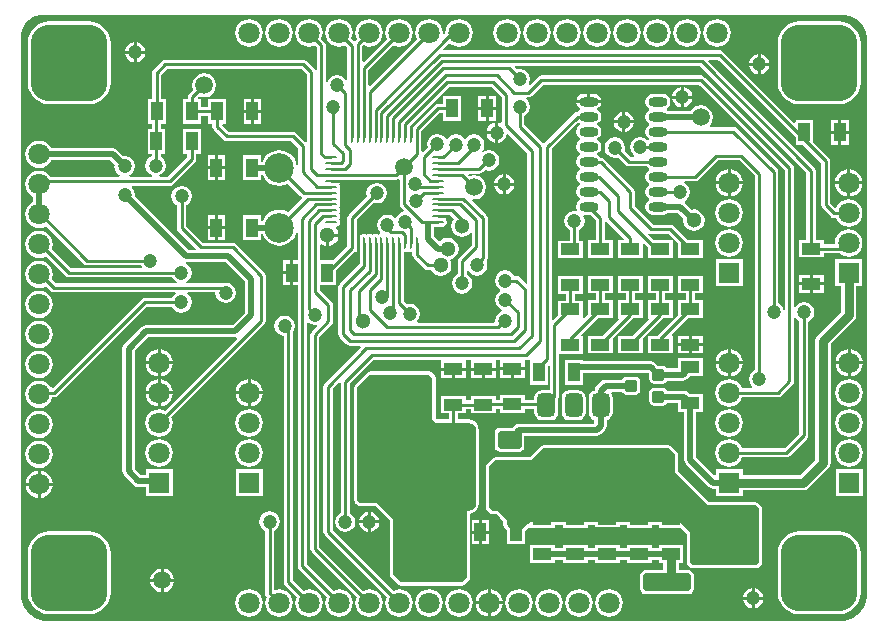
<source format=gbl>
G04 Layer_Physical_Order=2*
G04 Layer_Color=16711680*
%FSLAX44Y44*%
%MOMM*%
G71*
G01*
G75*
%ADD10R,1.6000X1.0000*%
G04:AMPARAMS|DCode=12|XSize=1.5mm|YSize=2mm|CornerRadius=0.375mm|HoleSize=0mm|Usage=FLASHONLY|Rotation=0.000|XOffset=0mm|YOffset=0mm|HoleType=Round|Shape=RoundedRectangle|*
%AMROUNDEDRECTD12*
21,1,1.5000,1.2500,0,0,0.0*
21,1,0.7500,2.0000,0,0,0.0*
1,1,0.7500,0.3750,-0.6250*
1,1,0.7500,-0.3750,-0.6250*
1,1,0.7500,-0.3750,0.6250*
1,1,0.7500,0.3750,0.6250*
%
%ADD12ROUNDEDRECTD12*%
G04:AMPARAMS|DCode=13|XSize=6mm|YSize=3mm|CornerRadius=0.75mm|HoleSize=0mm|Usage=FLASHONLY|Rotation=0.000|XOffset=0mm|YOffset=0mm|HoleType=Round|Shape=RoundedRectangle|*
%AMROUNDEDRECTD13*
21,1,6.0000,1.5000,0,0,0.0*
21,1,4.5000,3.0000,0,0,0.0*
1,1,1.5000,2.2500,-0.7500*
1,1,1.5000,-2.2500,-0.7500*
1,1,1.5000,-2.2500,0.7500*
1,1,1.5000,2.2500,0.7500*
%
%ADD13ROUNDEDRECTD13*%
%ADD14R,1.0000X1.6000*%
%ADD17C,0.5080*%
%ADD18C,0.2540*%
%ADD19C,0.5000*%
%ADD20C,0.7620*%
%ADD22C,2.5000*%
%ADD23R,1.8000X1.8000*%
%ADD24C,1.8000*%
G04:AMPARAMS|DCode=25|XSize=6.5mm|YSize=6.5mm|CornerRadius=1.625mm|HoleSize=0mm|Usage=FLASHONLY|Rotation=0.000|XOffset=0mm|YOffset=0mm|HoleType=Round|Shape=RoundedRectangle|*
%AMROUNDEDRECTD25*
21,1,6.5000,3.2500,0,0,0.0*
21,1,3.2500,6.5000,0,0,0.0*
1,1,3.2500,1.6250,-1.6250*
1,1,3.2500,-1.6250,-1.6250*
1,1,3.2500,-1.6250,1.6250*
1,1,3.2500,1.6250,1.6250*
%
%ADD25ROUNDEDRECTD25*%
%ADD26C,1.3000*%
%ADD27C,1.2000*%
%ADD28C,1.5000*%
G04:AMPARAMS|DCode=29|XSize=1mm|YSize=0.25mm|CornerRadius=0.0625mm|HoleSize=0mm|Usage=FLASHONLY|Rotation=270.000|XOffset=0mm|YOffset=0mm|HoleType=Round|Shape=RoundedRectangle|*
%AMROUNDEDRECTD29*
21,1,1.0000,0.1250,0,0,270.0*
21,1,0.8750,0.2500,0,0,270.0*
1,1,0.1250,-0.0625,-0.4375*
1,1,0.1250,-0.0625,0.4375*
1,1,0.1250,0.0625,0.4375*
1,1,0.1250,0.0625,-0.4375*
%
%ADD29ROUNDEDRECTD29*%
G04:AMPARAMS|DCode=30|XSize=1mm|YSize=0.25mm|CornerRadius=0.0625mm|HoleSize=0mm|Usage=FLASHONLY|Rotation=0.000|XOffset=0mm|YOffset=0mm|HoleType=Round|Shape=RoundedRectangle|*
%AMROUNDEDRECTD30*
21,1,1.0000,0.1250,0,0,0.0*
21,1,0.8750,0.2500,0,0,0.0*
1,1,0.1250,0.4375,-0.0625*
1,1,0.1250,-0.4375,-0.0625*
1,1,0.1250,-0.4375,0.0625*
1,1,0.1250,0.4375,0.0625*
%
%ADD30ROUNDEDRECTD30*%
G04:AMPARAMS|DCode=31|XSize=1mm|YSize=1mm|CornerRadius=0.1mm|HoleSize=0mm|Usage=FLASHONLY|Rotation=270.000|XOffset=0mm|YOffset=0mm|HoleType=Round|Shape=RoundedRectangle|*
%AMROUNDEDRECTD31*
21,1,1.0000,0.8000,0,0,270.0*
21,1,0.8000,1.0000,0,0,270.0*
1,1,0.2000,-0.4000,-0.4000*
1,1,0.2000,-0.4000,0.4000*
1,1,0.2000,0.4000,0.4000*
1,1,0.2000,0.4000,-0.4000*
%
%ADD31ROUNDEDRECTD31*%
G04:AMPARAMS|DCode=32|XSize=1.5mm|YSize=4mm|CornerRadius=0.15mm|HoleSize=0mm|Usage=FLASHONLY|Rotation=270.000|XOffset=0mm|YOffset=0mm|HoleType=Round|Shape=RoundedRectangle|*
%AMROUNDEDRECTD32*
21,1,1.5000,3.7000,0,0,270.0*
21,1,1.2000,4.0000,0,0,270.0*
1,1,0.3000,-1.8500,-0.6000*
1,1,0.3000,-1.8500,0.6000*
1,1,0.3000,1.8500,0.6000*
1,1,0.3000,1.8500,-0.6000*
%
%ADD32ROUNDEDRECTD32*%
G04:AMPARAMS|DCode=33|XSize=1.5mm|YSize=2mm|CornerRadius=0.15mm|HoleSize=0mm|Usage=FLASHONLY|Rotation=90.000|XOffset=0mm|YOffset=0mm|HoleType=Round|Shape=RoundedRectangle|*
%AMROUNDEDRECTD33*
21,1,1.5000,1.7000,0,0,90.0*
21,1,1.2000,2.0000,0,0,90.0*
1,1,0.3000,0.8500,0.6000*
1,1,0.3000,0.8500,-0.6000*
1,1,0.3000,-0.8500,-0.6000*
1,1,0.3000,-0.8500,0.6000*
%
%ADD33ROUNDEDRECTD33*%
G04:AMPARAMS|DCode=34|XSize=7.5mm|YSize=7mm|CornerRadius=0.7mm|HoleSize=0mm|Usage=FLASHONLY|Rotation=90.000|XOffset=0mm|YOffset=0mm|HoleType=Round|Shape=RoundedRectangle|*
%AMROUNDEDRECTD34*
21,1,7.5000,5.6000,0,0,90.0*
21,1,6.1000,7.0000,0,0,90.0*
1,1,1.4000,2.8000,3.0500*
1,1,1.4000,2.8000,-3.0500*
1,1,1.4000,-2.8000,-3.0500*
1,1,1.4000,-2.8000,3.0500*
%
%ADD34ROUNDEDRECTD34*%
%ADD35O,1.6000X0.8000*%
%ADD36C,0.8000*%
G36*
X27940Y524510D02*
X27940Y524510D01*
X705866Y524510D01*
X707892Y524510D01*
X711867Y523719D01*
X715611Y522168D01*
X718981Y519917D01*
X721847Y517051D01*
X724098Y513681D01*
X725649Y509937D01*
X726440Y505962D01*
X726440Y503936D01*
X726440D01*
Y34036D01*
X726440Y31809D01*
X725571Y27442D01*
X723867Y23328D01*
X721393Y19626D01*
X718244Y16477D01*
X714542Y14003D01*
X710428Y12299D01*
X706060Y11430D01*
X703834Y11430D01*
X32512Y11430D01*
X30310Y11430D01*
X25992Y12289D01*
X21924Y13974D01*
X18263Y16420D01*
X15150Y19533D01*
X12704Y23194D01*
X11019Y27262D01*
X10160Y31581D01*
X10160Y33782D01*
X10160Y250459D01*
X10160Y506730D01*
Y508481D01*
X10843Y511916D01*
X12184Y515152D01*
X14129Y518064D01*
X16606Y520541D01*
X19518Y522486D01*
X22754Y523827D01*
X26189Y524510D01*
X27940Y524510D01*
D02*
G37*
%LPC*%
G36*
X530542Y218175D02*
X522542D01*
X521161Y217901D01*
X519990Y217118D01*
X519207Y215947D01*
X519159Y215705D01*
X504952D01*
X502985Y215314D01*
X501318Y214200D01*
X497080Y209962D01*
X495966Y208295D01*
X495599Y206448D01*
X494510Y206231D01*
X492429Y204841D01*
X491039Y202760D01*
X490551Y200306D01*
Y187806D01*
X491039Y185352D01*
X492429Y183271D01*
X494510Y181881D01*
X495575Y181669D01*
Y178739D01*
X495204Y178367D01*
X432054D01*
X430088Y177976D01*
X428420Y176862D01*
X426524Y174965D01*
X415172D01*
X413596Y174652D01*
X412259Y173759D01*
X411366Y172422D01*
X411053Y170846D01*
Y158846D01*
X411366Y157270D01*
X412259Y155933D01*
X413596Y155040D01*
X415172Y154727D01*
X432172D01*
X433748Y155040D01*
X435085Y155933D01*
X435978Y157270D01*
X436291Y158846D01*
Y168089D01*
X497332D01*
X499299Y168480D01*
X500966Y169594D01*
X504348Y172976D01*
X505462Y174643D01*
X505853Y176610D01*
Y181669D01*
X506918Y181881D01*
X508999Y183271D01*
X510389Y185352D01*
X510877Y187806D01*
Y200306D01*
X510389Y202760D01*
X509456Y204157D01*
X510134Y205427D01*
X519159D01*
X519207Y205185D01*
X519990Y204014D01*
X521161Y203231D01*
X522542Y202957D01*
X530542D01*
X531923Y203231D01*
X533094Y204014D01*
X533877Y205185D01*
X534151Y206566D01*
Y214566D01*
X533877Y215947D01*
X533094Y217118D01*
X531923Y217901D01*
X530542Y218175D01*
D02*
G37*
G36*
X125730Y215942D02*
X123988Y215713D01*
X121180Y214550D01*
X118770Y212700D01*
X116920Y210290D01*
X115757Y207482D01*
X115528Y205740D01*
X125730D01*
Y215942D01*
D02*
G37*
G36*
X214672Y203200D02*
X204470D01*
Y192998D01*
X206213Y193227D01*
X209020Y194390D01*
X211430Y196240D01*
X213280Y198650D01*
X214443Y201458D01*
X214672Y203200D01*
D02*
G37*
G36*
X201930D02*
X191728D01*
X191957Y201458D01*
X193120Y198650D01*
X194970Y196240D01*
X197380Y194390D01*
X200187Y193227D01*
X201930Y192998D01*
Y203200D01*
D02*
G37*
G36*
X138472D02*
X128270D01*
Y192998D01*
X130013Y193227D01*
X132820Y194390D01*
X135230Y196240D01*
X137080Y198650D01*
X138243Y201458D01*
X138472Y203200D01*
D02*
G37*
G36*
X25400Y240240D02*
X22387Y239843D01*
X19580Y238680D01*
X17170Y236830D01*
X15320Y234420D01*
X14157Y231612D01*
X13760Y228600D01*
X14157Y225588D01*
X15320Y222780D01*
X17170Y220370D01*
X19580Y218520D01*
X22387Y217357D01*
X25400Y216960D01*
X28412Y217357D01*
X31220Y218520D01*
X33630Y220370D01*
X35480Y222780D01*
X36643Y225588D01*
X37039Y228600D01*
X36643Y231612D01*
X35480Y234420D01*
X33630Y236830D01*
X31220Y238680D01*
X28412Y239843D01*
X25400Y240240D01*
D02*
G37*
G36*
X374904Y223280D02*
X365634D01*
Y217010D01*
X374904D01*
Y223280D01*
D02*
G37*
G36*
X204470Y215942D02*
Y205740D01*
X214672D01*
X214443Y207482D01*
X213280Y210290D01*
X211430Y212700D01*
X209020Y214550D01*
X206213Y215713D01*
X204470Y215942D01*
D02*
G37*
G36*
X201930D02*
X200187Y215713D01*
X197380Y214550D01*
X194970Y212700D01*
X193120Y210290D01*
X191957Y207482D01*
X191728Y205740D01*
X201930D01*
Y215942D01*
D02*
G37*
G36*
X128270D02*
Y205740D01*
X138472D01*
X138243Y207482D01*
X137080Y210290D01*
X135230Y212700D01*
X132820Y214550D01*
X130013Y215713D01*
X128270Y215942D01*
D02*
G37*
G36*
X25400Y189440D02*
X22387Y189043D01*
X19580Y187880D01*
X17170Y186030D01*
X15320Y183620D01*
X14157Y180812D01*
X13760Y177800D01*
X14157Y174788D01*
X15320Y171980D01*
X17170Y169570D01*
X19580Y167720D01*
X22387Y166557D01*
X25400Y166160D01*
X28412Y166557D01*
X31220Y167720D01*
X33630Y169570D01*
X35480Y171980D01*
X36643Y174788D01*
X37039Y177800D01*
X36643Y180812D01*
X35480Y183620D01*
X33630Y186030D01*
X31220Y187880D01*
X28412Y189043D01*
X25400Y189440D01*
D02*
G37*
G36*
X203200Y190709D02*
X200187Y190313D01*
X197380Y189150D01*
X194970Y187300D01*
X193120Y184890D01*
X191957Y182083D01*
X191560Y179070D01*
X191957Y176057D01*
X193120Y173250D01*
X194970Y170840D01*
X197380Y168990D01*
X200187Y167827D01*
X203200Y167430D01*
X206213Y167827D01*
X209020Y168990D01*
X211430Y170840D01*
X213280Y173250D01*
X214443Y176057D01*
X214839Y179070D01*
X214443Y182083D01*
X213280Y184890D01*
X211430Y187300D01*
X209020Y189150D01*
X206213Y190313D01*
X203200Y190709D01*
D02*
G37*
G36*
X711200Y165310D02*
X708187Y164913D01*
X705380Y163750D01*
X702970Y161900D01*
X701120Y159490D01*
X699957Y156683D01*
X699560Y153670D01*
X699957Y150658D01*
X701120Y147850D01*
X702970Y145440D01*
X705380Y143590D01*
X708187Y142427D01*
X711200Y142030D01*
X714212Y142427D01*
X717020Y143590D01*
X719430Y145440D01*
X721280Y147850D01*
X722443Y150658D01*
X722840Y153670D01*
X722443Y156683D01*
X721280Y159490D01*
X719430Y161900D01*
X717020Y163750D01*
X714212Y164913D01*
X711200Y165310D01*
D02*
G37*
G36*
X127000D02*
X123988Y164913D01*
X121180Y163750D01*
X118770Y161900D01*
X116920Y159490D01*
X115757Y156683D01*
X115360Y153670D01*
X115757Y150658D01*
X116920Y147850D01*
X118770Y145440D01*
X121180Y143590D01*
X123988Y142427D01*
X127000Y142030D01*
X130013Y142427D01*
X132820Y143590D01*
X135230Y145440D01*
X137080Y147850D01*
X138243Y150658D01*
X138639Y153670D01*
X138243Y156683D01*
X137080Y159490D01*
X135230Y161900D01*
X132820Y163750D01*
X130013Y164913D01*
X127000Y165310D01*
D02*
G37*
G36*
X203200D02*
X200187Y164913D01*
X197380Y163750D01*
X194970Y161900D01*
X193120Y159490D01*
X191957Y156683D01*
X191560Y153670D01*
X191957Y150658D01*
X193120Y147850D01*
X194970Y145440D01*
X197380Y143590D01*
X200187Y142427D01*
X203200Y142030D01*
X206213Y142427D01*
X209020Y143590D01*
X211430Y145440D01*
X213280Y147850D01*
X214443Y150658D01*
X214839Y153670D01*
X214443Y156683D01*
X213280Y159490D01*
X211430Y161900D01*
X209020Y163750D01*
X206213Y164913D01*
X203200Y165310D01*
D02*
G37*
G36*
X711200Y216110D02*
X708187Y215713D01*
X705380Y214550D01*
X702970Y212700D01*
X701120Y210290D01*
X699957Y207482D01*
X699560Y204470D01*
X699957Y201458D01*
X701120Y198650D01*
X702970Y196240D01*
X705380Y194390D01*
X708187Y193227D01*
X711200Y192830D01*
X714212Y193227D01*
X717020Y194390D01*
X719430Y196240D01*
X721280Y198650D01*
X722443Y201458D01*
X722840Y204470D01*
X722443Y207482D01*
X721280Y210290D01*
X719430Y212700D01*
X717020Y214550D01*
X714212Y215713D01*
X711200Y216110D01*
D02*
G37*
G36*
X125730Y203200D02*
X115528D01*
X115757Y201458D01*
X116920Y198650D01*
X118770Y196240D01*
X121180Y194390D01*
X123988Y193227D01*
X125730Y192998D01*
Y203200D01*
D02*
G37*
G36*
X481564Y206719D02*
X474064D01*
X471610Y206231D01*
X469529Y204841D01*
X468139Y202760D01*
X467651Y200306D01*
Y187806D01*
X468139Y185352D01*
X469529Y183271D01*
X471610Y181881D01*
X474064Y181393D01*
X481564D01*
X484018Y181881D01*
X486099Y183271D01*
X487489Y185352D01*
X487977Y187806D01*
Y200306D01*
X487489Y202760D01*
X486099Y204841D01*
X484018Y206231D01*
X481564Y206719D01*
D02*
G37*
G36*
X609600Y190709D02*
X606587Y190313D01*
X603780Y189150D01*
X601370Y187300D01*
X599520Y184890D01*
X598357Y182083D01*
X597960Y179070D01*
X598357Y176057D01*
X599520Y173250D01*
X601370Y170840D01*
X603780Y168990D01*
X606587Y167827D01*
X609600Y167430D01*
X612612Y167827D01*
X615420Y168990D01*
X617830Y170840D01*
X619680Y173250D01*
X620843Y176057D01*
X621240Y179070D01*
X620843Y182083D01*
X619680Y184890D01*
X617830Y187300D01*
X615420Y189150D01*
X612612Y190313D01*
X609600Y190709D01*
D02*
G37*
G36*
X711200D02*
X708187Y190313D01*
X705380Y189150D01*
X702970Y187300D01*
X701120Y184890D01*
X699957Y182083D01*
X699560Y179070D01*
X699957Y176057D01*
X701120Y173250D01*
X702970Y170840D01*
X705380Y168990D01*
X708187Y167827D01*
X711200Y167430D01*
X714212Y167827D01*
X717020Y168990D01*
X719430Y170840D01*
X721280Y173250D01*
X722443Y176057D01*
X722840Y179070D01*
X722443Y182083D01*
X721280Y184890D01*
X719430Y187300D01*
X717020Y189150D01*
X714212Y190313D01*
X711200Y190709D01*
D02*
G37*
G36*
X386714Y223280D02*
X377444D01*
Y217010D01*
X386714D01*
Y223280D01*
D02*
G37*
G36*
X709930Y241342D02*
X708187Y241113D01*
X705380Y239950D01*
X702970Y238100D01*
X701120Y235690D01*
X699957Y232882D01*
X699728Y231140D01*
X709930D01*
Y241342D01*
D02*
G37*
G36*
X128270D02*
Y231140D01*
X138472D01*
X138243Y232882D01*
X137080Y235690D01*
X135230Y238100D01*
X132820Y239950D01*
X130013Y241113D01*
X128270Y241342D01*
D02*
G37*
G36*
X608330D02*
X606587Y241113D01*
X603780Y239950D01*
X601370Y238100D01*
X599520Y235690D01*
X598357Y232882D01*
X598128Y231140D01*
X608330D01*
Y241342D01*
D02*
G37*
G36*
X587120Y233614D02*
X566040D01*
Y225103D01*
X557039D01*
X556991Y225345D01*
X556208Y226516D01*
X555037Y227299D01*
X553656Y227573D01*
X549314D01*
X547180Y229708D01*
X545513Y230822D01*
X543546Y231213D01*
X485836D01*
Y232536D01*
X470756D01*
Y211456D01*
X485836D01*
Y220935D01*
X541418D01*
X542047Y220306D01*
Y215964D01*
X542321Y214583D01*
X543104Y213412D01*
X544275Y212629D01*
X545656Y212355D01*
X553656D01*
X555037Y212629D01*
X556208Y213412D01*
X556991Y214583D01*
X557039Y214825D01*
X570470D01*
X572436Y215216D01*
X574104Y216330D01*
X576307Y218534D01*
X587120D01*
Y233614D01*
D02*
G37*
G36*
X125730Y241342D02*
X123988Y241113D01*
X121180Y239950D01*
X118770Y238100D01*
X116920Y235690D01*
X115757Y232882D01*
X115528Y231140D01*
X125730D01*
Y241342D01*
D02*
G37*
G36*
X561720Y303690D02*
X540640D01*
Y288610D01*
X547295D01*
Y282890D01*
X540640D01*
Y267810D01*
X541087D01*
X541573Y266637D01*
X527826Y252890D01*
X515240D01*
Y237810D01*
X536320D01*
Y250396D01*
X553734Y267810D01*
X561720D01*
Y282890D01*
X555065D01*
Y288610D01*
X561720D01*
Y303690D01*
D02*
G37*
G36*
X587120D02*
X566040D01*
Y288610D01*
X572695D01*
Y282890D01*
X566040D01*
Y270304D01*
X548626Y252890D01*
X540640D01*
Y237810D01*
X561720D01*
Y252890D01*
X561273D01*
X560787Y254063D01*
X574534Y267810D01*
X587120D01*
Y282890D01*
X580465D01*
Y288610D01*
X587120D01*
Y303690D01*
D02*
G37*
G36*
X536320D02*
X515240D01*
Y288610D01*
X521895D01*
Y282890D01*
X515240D01*
Y267810D01*
X515687D01*
X516173Y266637D01*
X502426Y252890D01*
X489840D01*
Y237810D01*
X510920D01*
Y250396D01*
X528334Y267810D01*
X536320D01*
Y282890D01*
X529665D01*
Y288610D01*
X536320D01*
Y303690D01*
D02*
G37*
G36*
X610870Y241342D02*
Y231140D01*
X621072D01*
X620843Y232882D01*
X619680Y235690D01*
X617830Y238100D01*
X615420Y239950D01*
X612612Y241113D01*
X610870Y241342D01*
D02*
G37*
G36*
X712470D02*
Y231140D01*
X722672D01*
X722443Y232882D01*
X721280Y235690D01*
X719430Y238100D01*
X717020Y239950D01*
X714212Y241113D01*
X712470Y241342D01*
D02*
G37*
G36*
X436498Y223534D02*
X427228D01*
Y217264D01*
X436498D01*
Y223534D01*
D02*
G37*
G36*
X125730Y228600D02*
X115528D01*
X115757Y226857D01*
X116920Y224050D01*
X118770Y221640D01*
X121180Y219790D01*
X123988Y218627D01*
X125730Y218398D01*
Y228600D01*
D02*
G37*
G36*
X424688Y223534D02*
X415418D01*
Y217264D01*
X424688D01*
Y223534D01*
D02*
G37*
G36*
X400050Y223280D02*
X390780D01*
Y217010D01*
X400050D01*
Y223280D01*
D02*
G37*
G36*
X411860D02*
X402590D01*
Y217010D01*
X411860D01*
Y223280D01*
D02*
G37*
G36*
X621072Y228600D02*
X610870D01*
Y218398D01*
X612612Y218627D01*
X615420Y219790D01*
X617830Y221640D01*
X619680Y224050D01*
X620843Y226857D01*
X621072Y228600D01*
D02*
G37*
G36*
X722672D02*
X712470D01*
Y218398D01*
X714212Y218627D01*
X717020Y219790D01*
X719430Y221640D01*
X721280Y224050D01*
X722443Y226857D01*
X722672Y228600D01*
D02*
G37*
G36*
X138472D02*
X128270D01*
Y218398D01*
X130013Y218627D01*
X132820Y219790D01*
X135230Y221640D01*
X137080Y224050D01*
X138243Y226857D01*
X138472Y228600D01*
D02*
G37*
G36*
X608330D02*
X598128D01*
X598357Y226857D01*
X599520Y224050D01*
X601370Y221640D01*
X603780Y219790D01*
X606587Y218627D01*
X608330Y218398D01*
Y228600D01*
D02*
G37*
G36*
X709930D02*
X699728D01*
X699957Y226857D01*
X701120Y224050D01*
X702970Y221640D01*
X705380Y219790D01*
X708187Y218627D01*
X709930Y218398D01*
Y228600D01*
D02*
G37*
G36*
X628650Y29210D02*
X621465D01*
X621875Y27148D01*
X623763Y24323D01*
X626588Y22436D01*
X628650Y22025D01*
Y29210D01*
D02*
G37*
G36*
X638375D02*
X631190D01*
Y22025D01*
X633252Y22436D01*
X636077Y24323D01*
X637965Y27148D01*
X638375Y29210D01*
D02*
G37*
G36*
X702050Y87272D02*
X669550D01*
X664645Y86626D01*
X660074Y84733D01*
X656149Y81721D01*
X653137Y77796D01*
X651244Y73225D01*
X650598Y68320D01*
Y35820D01*
X651244Y30915D01*
X653137Y26344D01*
X656149Y22419D01*
X660074Y19407D01*
X664645Y17514D01*
X669550Y16868D01*
X702050D01*
X706955Y17514D01*
X711526Y19407D01*
X715451Y22419D01*
X718463Y26344D01*
X720356Y30915D01*
X721002Y35820D01*
Y68320D01*
X720356Y73225D01*
X718463Y77796D01*
X715451Y81721D01*
X711526Y84733D01*
X706955Y86626D01*
X702050Y87272D01*
D02*
G37*
G36*
X417872Y25400D02*
X407670D01*
Y15198D01*
X409412Y15427D01*
X412220Y16590D01*
X414630Y18440D01*
X416480Y20850D01*
X417643Y23658D01*
X417872Y25400D01*
D02*
G37*
G36*
X67050Y87272D02*
X34550D01*
X29645Y86626D01*
X25074Y84733D01*
X21149Y81721D01*
X18137Y77796D01*
X16244Y73225D01*
X15598Y68320D01*
Y35820D01*
X16244Y30915D01*
X18137Y26344D01*
X21149Y22419D01*
X25074Y19407D01*
X29645Y17514D01*
X34550Y16868D01*
X67050D01*
X71955Y17514D01*
X76526Y19407D01*
X80451Y22419D01*
X83463Y26344D01*
X85356Y30915D01*
X86002Y35820D01*
Y68320D01*
X85356Y73225D01*
X83463Y77796D01*
X80451Y81721D01*
X76526Y84733D01*
X71955Y86626D01*
X67050Y87272D01*
D02*
G37*
G36*
X631190Y38935D02*
Y31750D01*
X638375D01*
X637965Y33812D01*
X636077Y36637D01*
X633252Y38524D01*
X631190Y38935D01*
D02*
G37*
G36*
X128270Y44450D02*
X119556D01*
X120083Y41803D01*
X122302Y38482D01*
X125623Y36263D01*
X128270Y35736D01*
Y44450D01*
D02*
G37*
G36*
X628650Y38935D02*
X626588Y38524D01*
X623763Y36637D01*
X621875Y33812D01*
X621465Y31750D01*
X628650D01*
Y38935D01*
D02*
G37*
G36*
X405130Y38142D02*
X403387Y37913D01*
X400580Y36750D01*
X398170Y34900D01*
X396320Y32490D01*
X395157Y29683D01*
X394928Y27940D01*
X405130D01*
Y38142D01*
D02*
G37*
G36*
X407670D02*
Y27940D01*
X417872D01*
X417643Y29683D01*
X416480Y32490D01*
X414630Y34900D01*
X412220Y36750D01*
X409412Y37913D01*
X407670Y38142D01*
D02*
G37*
G36*
X355600Y38310D02*
X352588Y37913D01*
X349780Y36750D01*
X347370Y34900D01*
X345520Y32490D01*
X344357Y29683D01*
X343960Y26670D01*
X344357Y23658D01*
X345520Y20850D01*
X347370Y18440D01*
X349780Y16590D01*
X352588Y15427D01*
X355600Y15030D01*
X358613Y15427D01*
X361420Y16590D01*
X363830Y18440D01*
X365680Y20850D01*
X366843Y23658D01*
X367239Y26670D01*
X366843Y29683D01*
X365680Y32490D01*
X363830Y34900D01*
X361420Y36750D01*
X358613Y37913D01*
X355600Y38310D01*
D02*
G37*
G36*
X381000D02*
X377988Y37913D01*
X375180Y36750D01*
X372770Y34900D01*
X370920Y32490D01*
X369757Y29683D01*
X369361Y26670D01*
X369757Y23658D01*
X370920Y20850D01*
X372770Y18440D01*
X375180Y16590D01*
X377988Y15427D01*
X381000Y15030D01*
X384012Y15427D01*
X386820Y16590D01*
X389230Y18440D01*
X391080Y20850D01*
X392243Y23658D01*
X392640Y26670D01*
X392243Y29683D01*
X391080Y32490D01*
X389230Y34900D01*
X386820Y36750D01*
X384012Y37913D01*
X381000Y38310D01*
D02*
G37*
G36*
X233172Y269819D02*
X229840Y269156D01*
X227015Y267269D01*
X225128Y264444D01*
X224465Y261112D01*
X225128Y257780D01*
X227015Y254955D01*
X229840Y253067D01*
X232589Y252521D01*
Y44196D01*
X232885Y42709D01*
X233727Y41449D01*
X243559Y31618D01*
X242757Y29683D01*
X242360Y26670D01*
X242757Y23658D01*
X243920Y20850D01*
X245770Y18440D01*
X248180Y16590D01*
X250987Y15427D01*
X254000Y15030D01*
X257013Y15427D01*
X259820Y16590D01*
X262230Y18440D01*
X264080Y20850D01*
X265243Y23658D01*
X265639Y26670D01*
X265243Y29683D01*
X264080Y32490D01*
X262230Y34900D01*
X259820Y36750D01*
X257013Y37913D01*
X254000Y38310D01*
X250987Y37913D01*
X249052Y37111D01*
X240359Y45805D01*
Y256496D01*
X241217Y257780D01*
X241879Y261112D01*
X241217Y264444D01*
X239329Y267269D01*
X236504Y269156D01*
X233172Y269819D01*
D02*
G37*
G36*
X203200Y38310D02*
X200187Y37913D01*
X197380Y36750D01*
X194970Y34900D01*
X193120Y32490D01*
X191957Y29683D01*
X191560Y26670D01*
X191957Y23658D01*
X193120Y20850D01*
X194970Y18440D01*
X197380Y16590D01*
X200187Y15427D01*
X203200Y15030D01*
X206213Y15427D01*
X209020Y16590D01*
X211430Y18440D01*
X213280Y20850D01*
X214443Y23658D01*
X214839Y26670D01*
X214443Y29683D01*
X213280Y32490D01*
X211430Y34900D01*
X209020Y36750D01*
X206213Y37913D01*
X203200Y38310D01*
D02*
G37*
G36*
X220472Y104211D02*
X217140Y103548D01*
X214315Y101661D01*
X212428Y98836D01*
X211765Y95504D01*
X212428Y92172D01*
X214315Y89347D01*
X216587Y87829D01*
Y34798D01*
X216883Y33311D01*
X217725Y32051D01*
X218159Y31618D01*
X217357Y29683D01*
X216960Y26670D01*
X217357Y23658D01*
X218520Y20850D01*
X220370Y18440D01*
X222780Y16590D01*
X225588Y15427D01*
X228600Y15030D01*
X231612Y15427D01*
X234420Y16590D01*
X236830Y18440D01*
X238680Y20850D01*
X239843Y23658D01*
X240240Y26670D01*
X239843Y29683D01*
X238680Y32490D01*
X236830Y34900D01*
X234420Y36750D01*
X231612Y37913D01*
X228600Y38310D01*
X225627Y37918D01*
X225361Y37905D01*
X224357Y38695D01*
Y87829D01*
X226629Y89347D01*
X228517Y92172D01*
X229179Y95504D01*
X228517Y98836D01*
X226629Y101661D01*
X223804Y103548D01*
X220472Y104211D01*
D02*
G37*
G36*
X508000Y38310D02*
X504987Y37913D01*
X502180Y36750D01*
X499770Y34900D01*
X497920Y32490D01*
X496757Y29683D01*
X496360Y26670D01*
X496757Y23658D01*
X497920Y20850D01*
X499770Y18440D01*
X502180Y16590D01*
X504987Y15427D01*
X508000Y15030D01*
X511012Y15427D01*
X513820Y16590D01*
X516230Y18440D01*
X518080Y20850D01*
X519243Y23658D01*
X519640Y26670D01*
X519243Y29683D01*
X518080Y32490D01*
X516230Y34900D01*
X513820Y36750D01*
X511012Y37913D01*
X508000Y38310D01*
D02*
G37*
G36*
X405130Y25400D02*
X394928D01*
X395157Y23658D01*
X396320Y20850D01*
X398170Y18440D01*
X400580Y16590D01*
X403387Y15427D01*
X405130Y15198D01*
Y25400D01*
D02*
G37*
G36*
X482600Y38310D02*
X479588Y37913D01*
X476780Y36750D01*
X474370Y34900D01*
X472520Y32490D01*
X471357Y29683D01*
X470960Y26670D01*
X471357Y23658D01*
X472520Y20850D01*
X474370Y18440D01*
X476780Y16590D01*
X479588Y15427D01*
X482600Y15030D01*
X485612Y15427D01*
X488420Y16590D01*
X490830Y18440D01*
X492680Y20850D01*
X493843Y23658D01*
X494240Y26670D01*
X493843Y29683D01*
X492680Y32490D01*
X490830Y34900D01*
X488420Y36750D01*
X485612Y37913D01*
X482600Y38310D01*
D02*
G37*
G36*
X431800D02*
X428787Y37913D01*
X425980Y36750D01*
X423570Y34900D01*
X421720Y32490D01*
X420557Y29683D01*
X420160Y26670D01*
X420557Y23658D01*
X421720Y20850D01*
X423570Y18440D01*
X425980Y16590D01*
X428787Y15427D01*
X431800Y15030D01*
X434813Y15427D01*
X437620Y16590D01*
X440030Y18440D01*
X441880Y20850D01*
X443043Y23658D01*
X443440Y26670D01*
X443043Y29683D01*
X441880Y32490D01*
X440030Y34900D01*
X437620Y36750D01*
X434813Y37913D01*
X431800Y38310D01*
D02*
G37*
G36*
X457200D02*
X454188Y37913D01*
X451380Y36750D01*
X448970Y34900D01*
X447120Y32490D01*
X445957Y29683D01*
X445560Y26670D01*
X445957Y23658D01*
X447120Y20850D01*
X448970Y18440D01*
X451380Y16590D01*
X454188Y15427D01*
X457200Y15030D01*
X460213Y15427D01*
X463020Y16590D01*
X465430Y18440D01*
X467280Y20850D01*
X468443Y23658D01*
X468840Y26670D01*
X468443Y29683D01*
X467280Y32490D01*
X465430Y34900D01*
X463020Y36750D01*
X460213Y37913D01*
X457200Y38310D01*
D02*
G37*
G36*
X139524Y44450D02*
X130810D01*
Y35736D01*
X133457Y36263D01*
X136778Y38482D01*
X138997Y41803D01*
X139524Y44450D01*
D02*
G37*
G36*
X36872Y125730D02*
X26670D01*
Y115528D01*
X28412Y115757D01*
X31220Y116920D01*
X33630Y118770D01*
X35480Y121180D01*
X36643Y123988D01*
X36872Y125730D01*
D02*
G37*
G36*
X214740Y139810D02*
X191660D01*
Y116730D01*
X214740D01*
Y139810D01*
D02*
G37*
G36*
X24130Y125730D02*
X13928D01*
X14157Y123988D01*
X15320Y121180D01*
X17170Y118770D01*
X19580Y116920D01*
X22387Y115757D01*
X24130Y115528D01*
Y125730D01*
D02*
G37*
G36*
X303530Y103705D02*
X301468Y103294D01*
X298643Y101407D01*
X296756Y98582D01*
X296345Y96520D01*
X303530D01*
Y103705D01*
D02*
G37*
G36*
X306070D02*
Y96520D01*
X313255D01*
X312845Y98582D01*
X310957Y101407D01*
X308132Y103294D01*
X306070Y103705D01*
D02*
G37*
G36*
X722340Y317610D02*
X699260D01*
Y294530D01*
X704326D01*
Y273046D01*
X684524Y253244D01*
X683120Y251144D01*
X682628Y248666D01*
Y147716D01*
X669656Y134744D01*
X621140D01*
Y139810D01*
X598060D01*
Y135176D01*
X596887Y134690D01*
X581719Y149858D01*
Y188534D01*
X587120D01*
Y203614D01*
X576307D01*
X575120Y204802D01*
X573452Y205916D01*
X571486Y206307D01*
X557039D01*
X556991Y206549D01*
X556208Y207720D01*
X555037Y208503D01*
X553656Y208777D01*
X545656D01*
X544275Y208503D01*
X543104Y207720D01*
X542321Y206549D01*
X542047Y205168D01*
Y197168D01*
X542321Y195787D01*
X543104Y194616D01*
X544275Y193833D01*
X545656Y193559D01*
X553656D01*
X555037Y193833D01*
X556208Y194616D01*
X556991Y195787D01*
X557039Y196029D01*
X566040D01*
Y188534D01*
X571441D01*
Y147729D01*
X571832Y145763D01*
X572946Y144096D01*
X592406Y124636D01*
X594073Y123522D01*
X596039Y123131D01*
X598060D01*
Y116730D01*
X621140D01*
Y121796D01*
X672338D01*
X674816Y122288D01*
X676916Y123692D01*
X693680Y140456D01*
X695084Y142556D01*
X695576Y145034D01*
Y245984D01*
X715378Y265786D01*
X716782Y267886D01*
X717274Y270364D01*
Y294530D01*
X722340D01*
Y317610D01*
D02*
G37*
G36*
X25400Y164039D02*
X22387Y163643D01*
X19580Y162480D01*
X17170Y160630D01*
X15320Y158220D01*
X14157Y155413D01*
X13760Y152400D01*
X14157Y149388D01*
X15320Y146580D01*
X17170Y144170D01*
X19580Y142320D01*
X22387Y141157D01*
X25400Y140760D01*
X28412Y141157D01*
X31220Y142320D01*
X33630Y144170D01*
X35480Y146580D01*
X36643Y149388D01*
X37039Y152400D01*
X36643Y155413D01*
X35480Y158220D01*
X33630Y160630D01*
X31220Y162480D01*
X28412Y163643D01*
X25400Y164039D01*
D02*
G37*
G36*
X26670Y138472D02*
Y128270D01*
X36872D01*
X36643Y130013D01*
X35480Y132820D01*
X33630Y135230D01*
X31220Y137080D01*
X28412Y138243D01*
X26670Y138472D01*
D02*
G37*
G36*
X722740Y139810D02*
X699660D01*
Y116730D01*
X722740D01*
Y139810D01*
D02*
G37*
G36*
X24130Y138472D02*
X22387Y138243D01*
X19580Y137080D01*
X17170Y135230D01*
X15320Y132820D01*
X14157Y130013D01*
X13928Y128270D01*
X24130D01*
Y138472D01*
D02*
G37*
G36*
X516762Y75598D02*
X495682D01*
Y72943D01*
X489838D01*
Y75344D01*
X468758D01*
Y72943D01*
X461898D01*
Y75344D01*
X440818D01*
Y60264D01*
X461898D01*
Y62665D01*
X468758D01*
Y60264D01*
X489838D01*
Y62665D01*
X495682D01*
Y60518D01*
X516762D01*
Y62665D01*
X522860D01*
Y60264D01*
X543940D01*
Y62665D01*
X549784D01*
Y60264D01*
X553656D01*
Y54295D01*
X538522D01*
X536946Y53982D01*
X535609Y53089D01*
X534716Y51752D01*
X534403Y50176D01*
Y38176D01*
X534716Y36600D01*
X535609Y35263D01*
X536946Y34370D01*
X538522Y34057D01*
X575522D01*
X577098Y34370D01*
X578435Y35263D01*
X579328Y36600D01*
X579641Y38176D01*
Y50176D01*
X579328Y51752D01*
X578435Y53089D01*
X577098Y53982D01*
X575522Y54295D01*
X566992D01*
Y60264D01*
X570864D01*
Y75344D01*
X549784D01*
Y72943D01*
X543940D01*
Y75344D01*
X522860D01*
Y72943D01*
X516762D01*
Y75598D01*
D02*
G37*
G36*
X397736Y85344D02*
X391466D01*
Y76074D01*
X397736D01*
Y85344D01*
D02*
G37*
G36*
X558800Y160070D02*
X452120D01*
X451129Y159873D01*
X450289Y159311D01*
X440887Y149910D01*
X411480D01*
X410489Y149713D01*
X409649Y149151D01*
X404569Y144071D01*
X404007Y143231D01*
X403810Y142240D01*
Y106680D01*
X403825Y106604D01*
X403815Y106527D01*
X403923Y106111D01*
X404007Y105689D01*
X404051Y105624D01*
X404070Y105549D01*
X404330Y105206D01*
X404569Y104849D01*
X404633Y104805D01*
X404680Y104744D01*
X407597Y102154D01*
X407968Y101937D01*
X408325Y101698D01*
X408402Y101682D01*
X408469Y101643D01*
X408895Y101584D01*
X409316Y101501D01*
X412881D01*
X418533Y95333D01*
Y93232D01*
X418924Y91265D01*
X420038Y89598D01*
X421466Y88171D01*
Y76074D01*
X436546D01*
Y87127D01*
X440016Y90596D01*
X440818Y90264D01*
Y90264D01*
X461898D01*
Y92665D01*
X468758D01*
Y90264D01*
X489838D01*
Y92665D01*
X495682D01*
Y90518D01*
X516762D01*
Y92665D01*
X522860D01*
Y90264D01*
X543940D01*
Y92665D01*
X549784D01*
Y90264D01*
X569014D01*
X573990Y85287D01*
X573990Y60960D01*
X574187Y59969D01*
X574749Y59129D01*
X577289Y56589D01*
X578129Y56027D01*
X579120Y55830D01*
X632460D01*
X633451Y56027D01*
X634291Y56589D01*
X636831Y59129D01*
X637393Y59969D01*
X637590Y60960D01*
Y106680D01*
X637393Y107671D01*
X636831Y108511D01*
X634291Y111051D01*
X633451Y111613D01*
X632460Y111810D01*
X592893D01*
X566470Y138233D01*
Y152400D01*
X566273Y153391D01*
X565711Y154231D01*
X560631Y159311D01*
X559791Y159873D01*
X558800Y160070D01*
D02*
G37*
G36*
X128270Y55704D02*
X125623Y55177D01*
X122302Y52958D01*
X120083Y49637D01*
X119556Y46990D01*
X128270D01*
Y55704D01*
D02*
G37*
G36*
X130810D02*
Y46990D01*
X139524D01*
X138997Y49637D01*
X136778Y52958D01*
X133457Y55177D01*
X130810Y55704D01*
D02*
G37*
G36*
X397736Y97154D02*
X391466D01*
Y87884D01*
X397736D01*
Y97154D01*
D02*
G37*
G36*
X406546D02*
X400276D01*
Y87884D01*
X406546D01*
Y97154D01*
D02*
G37*
G36*
X313255Y93980D02*
X306070D01*
Y86795D01*
X308132Y87205D01*
X310957Y89093D01*
X312845Y91918D01*
X313255Y93980D01*
D02*
G37*
G36*
X406546Y85344D02*
X400276D01*
Y76074D01*
X406546D01*
Y85344D01*
D02*
G37*
G36*
X303530Y93980D02*
X296345D01*
X296756Y91918D01*
X298643Y89093D01*
X301468Y87205D01*
X303530Y86795D01*
Y93980D01*
D02*
G37*
G36*
X447040Y520910D02*
X444027Y520513D01*
X441220Y519350D01*
X438810Y517500D01*
X436960Y515090D01*
X435797Y512282D01*
X435400Y509270D01*
X435797Y506258D01*
X436960Y503450D01*
X438810Y501040D01*
X441220Y499190D01*
X444027Y498027D01*
X447040Y497630D01*
X450052Y498027D01*
X452860Y499190D01*
X455270Y501040D01*
X457120Y503450D01*
X458283Y506258D01*
X458680Y509270D01*
X458283Y512282D01*
X457120Y515090D01*
X455270Y517500D01*
X452860Y519350D01*
X450052Y520513D01*
X447040Y520910D01*
D02*
G37*
G36*
X421640D02*
X418628Y520513D01*
X415820Y519350D01*
X413410Y517500D01*
X411560Y515090D01*
X410397Y512282D01*
X410000Y509270D01*
X410397Y506258D01*
X411560Y503450D01*
X413410Y501040D01*
X415820Y499190D01*
X418628Y498027D01*
X421640Y497630D01*
X424652Y498027D01*
X427460Y499190D01*
X429870Y501040D01*
X431720Y503450D01*
X432883Y506258D01*
X433279Y509270D01*
X432883Y512282D01*
X431720Y515090D01*
X429870Y517500D01*
X427460Y519350D01*
X424652Y520513D01*
X421640Y520910D01*
D02*
G37*
G36*
X204738Y441452D02*
X198468D01*
Y432182D01*
X204738D01*
Y441452D01*
D02*
G37*
G36*
X213548D02*
X207278D01*
Y432182D01*
X213548D01*
Y441452D01*
D02*
G37*
G36*
X204738Y453262D02*
X198468D01*
Y443992D01*
X204738D01*
Y453262D01*
D02*
G37*
G36*
X213548D02*
X207278D01*
Y443992D01*
X213548D01*
Y453262D01*
D02*
G37*
G36*
X519176Y442287D02*
X517114Y441876D01*
X514289Y439989D01*
X512402Y437164D01*
X511991Y435102D01*
X519176D01*
Y442287D01*
D02*
G37*
G36*
X521716D02*
Y435102D01*
X528901D01*
X528490Y437164D01*
X526603Y439989D01*
X523778Y441876D01*
X521716Y442287D01*
D02*
G37*
G36*
X710880Y435482D02*
X704610D01*
Y426212D01*
X710880D01*
Y435482D01*
D02*
G37*
G36*
Y423672D02*
X704610D01*
Y414402D01*
X710880D01*
Y423672D01*
D02*
G37*
G36*
X497840Y520910D02*
X494827Y520513D01*
X492020Y519350D01*
X489610Y517500D01*
X487760Y515090D01*
X486597Y512282D01*
X486200Y509270D01*
X486597Y506258D01*
X487760Y503450D01*
X489610Y501040D01*
X492020Y499190D01*
X494827Y498027D01*
X497840Y497630D01*
X500853Y498027D01*
X503660Y499190D01*
X506070Y501040D01*
X507920Y503450D01*
X509083Y506258D01*
X509480Y509270D01*
X509083Y512282D01*
X507920Y515090D01*
X506070Y517500D01*
X503660Y519350D01*
X500853Y520513D01*
X497840Y520910D01*
D02*
G37*
G36*
X183040Y405510D02*
X176770D01*
Y396240D01*
X183040D01*
Y405510D01*
D02*
G37*
G36*
X702070Y423672D02*
X695800D01*
Y414402D01*
X702070D01*
Y423672D01*
D02*
G37*
G36*
X472440Y520910D02*
X469427Y520513D01*
X466620Y519350D01*
X464210Y517500D01*
X462360Y515090D01*
X461197Y512282D01*
X460800Y509270D01*
X461197Y506258D01*
X462360Y503450D01*
X464210Y501040D01*
X466620Y499190D01*
X469427Y498027D01*
X472440Y497630D01*
X475452Y498027D01*
X478260Y499190D01*
X480670Y501040D01*
X482520Y503450D01*
X483683Y506258D01*
X484080Y509270D01*
X483683Y512282D01*
X482520Y515090D01*
X480670Y517500D01*
X478260Y519350D01*
X475452Y520513D01*
X472440Y520910D01*
D02*
G37*
G36*
X702070Y435482D02*
X695800D01*
Y426212D01*
X702070D01*
Y435482D01*
D02*
G37*
G36*
X519176Y432562D02*
X511991D01*
X512402Y430500D01*
X514289Y427675D01*
X517114Y425788D01*
X519176Y425377D01*
Y432562D01*
D02*
G37*
G36*
X528901D02*
X521716D01*
Y425377D01*
X523778Y425788D01*
X526603Y427675D01*
X528490Y430500D01*
X528901Y432562D01*
D02*
G37*
G36*
X568706Y453644D02*
X561521D01*
X561931Y451582D01*
X563819Y448757D01*
X566644Y446870D01*
X568706Y446459D01*
Y453644D01*
D02*
G37*
G36*
X633730Y491055D02*
X631668Y490644D01*
X628843Y488757D01*
X626955Y485932D01*
X626545Y483870D01*
X633730D01*
Y491055D01*
D02*
G37*
G36*
X636270D02*
Y483870D01*
X643455D01*
X643045Y485932D01*
X641157Y488757D01*
X638332Y490644D01*
X636270Y491055D01*
D02*
G37*
G36*
X633730Y481330D02*
X626545D01*
X626955Y479268D01*
X628843Y476443D01*
X631668Y474556D01*
X633730Y474145D01*
Y481330D01*
D02*
G37*
G36*
X643455D02*
X636270D01*
Y474145D01*
X638332Y474556D01*
X641157Y476443D01*
X643045Y479268D01*
X643455Y481330D01*
D02*
G37*
G36*
X105410Y501215D02*
X103348Y500804D01*
X100523Y498917D01*
X98636Y496092D01*
X98225Y494030D01*
X105410D01*
Y501215D01*
D02*
G37*
G36*
X107950D02*
Y494030D01*
X115135D01*
X114725Y496092D01*
X112837Y498917D01*
X110012Y500804D01*
X107950Y501215D01*
D02*
G37*
G36*
X105410Y491490D02*
X98225D01*
X98636Y489428D01*
X100523Y486603D01*
X103348Y484715D01*
X105410Y484305D01*
Y491490D01*
D02*
G37*
G36*
X115135D02*
X107950D01*
Y484305D01*
X110012Y484715D01*
X112837Y486603D01*
X114725Y489428D01*
X115135Y491490D01*
D02*
G37*
G36*
X571246Y463369D02*
Y456184D01*
X578431D01*
X578021Y458246D01*
X576133Y461071D01*
X573308Y462958D01*
X571246Y463369D01*
D02*
G37*
G36*
X203200Y520910D02*
X200187Y520513D01*
X197380Y519350D01*
X194970Y517500D01*
X193120Y515090D01*
X191957Y512282D01*
X191560Y509270D01*
X191957Y506258D01*
X193120Y503450D01*
X194970Y501040D01*
X197380Y499190D01*
X200187Y498027D01*
X203200Y497630D01*
X206213Y498027D01*
X209020Y499190D01*
X211430Y501040D01*
X213280Y503450D01*
X214443Y506258D01*
X214839Y509270D01*
X214443Y512282D01*
X213280Y515090D01*
X211430Y517500D01*
X209020Y519350D01*
X206213Y520513D01*
X203200Y520910D01*
D02*
G37*
G36*
X67050Y519072D02*
X34550D01*
X29645Y518426D01*
X25074Y516533D01*
X21149Y513521D01*
X18137Y509596D01*
X16244Y505025D01*
X15598Y500120D01*
Y467620D01*
X16244Y462715D01*
X18137Y458144D01*
X21149Y454219D01*
X25074Y451207D01*
X29645Y449314D01*
X34550Y448668D01*
X67050D01*
X71955Y449314D01*
X76526Y451207D01*
X80451Y454219D01*
X83463Y458144D01*
X85356Y462715D01*
X86002Y467620D01*
Y500120D01*
X85356Y505025D01*
X83463Y509596D01*
X80451Y513521D01*
X76526Y516533D01*
X71955Y518426D01*
X67050Y519072D01*
D02*
G37*
G36*
X578431Y453644D02*
X571246D01*
Y446459D01*
X573308Y446870D01*
X576133Y448757D01*
X578021Y451582D01*
X578431Y453644D01*
D02*
G37*
G36*
X228600Y520910D02*
X225588Y520513D01*
X222780Y519350D01*
X220370Y517500D01*
X218520Y515090D01*
X217357Y512282D01*
X216960Y509270D01*
X217357Y506258D01*
X218520Y503450D01*
X220370Y501040D01*
X222780Y499190D01*
X225588Y498027D01*
X228600Y497630D01*
X231612Y498027D01*
X234420Y499190D01*
X236830Y501040D01*
X238680Y503450D01*
X239843Y506258D01*
X240240Y509270D01*
X239843Y512282D01*
X238680Y515090D01*
X236830Y517500D01*
X234420Y519350D01*
X231612Y520513D01*
X228600Y520910D01*
D02*
G37*
G36*
X494696Y457730D02*
X491966D01*
Y452332D01*
X501111D01*
X500857Y453614D01*
X499411Y455777D01*
X497248Y457223D01*
X494696Y457730D01*
D02*
G37*
G36*
X568706Y463369D02*
X566644Y462958D01*
X563819Y461071D01*
X561931Y458246D01*
X561521Y456184D01*
X568706D01*
Y463369D01*
D02*
G37*
G36*
X702050Y519072D02*
X669550D01*
X664645Y518426D01*
X660074Y516533D01*
X656149Y513521D01*
X653137Y509596D01*
X651244Y505025D01*
X650598Y500120D01*
Y467620D01*
X651244Y462715D01*
X653137Y458144D01*
X656149Y454219D01*
X660074Y451207D01*
X664645Y449314D01*
X669550Y448668D01*
X702050D01*
X706955Y449314D01*
X711526Y451207D01*
X715451Y454219D01*
X718463Y458144D01*
X720356Y462715D01*
X721002Y467620D01*
Y500120D01*
X720356Y505025D01*
X718463Y509596D01*
X715451Y513521D01*
X711526Y516533D01*
X706955Y518426D01*
X702050Y519072D01*
D02*
G37*
G36*
X489426Y457730D02*
X486696D01*
X484144Y457223D01*
X481981Y455777D01*
X480536Y453614D01*
X480280Y452332D01*
X489426D01*
Y457730D01*
D02*
G37*
G36*
X174230Y405510D02*
X167960D01*
Y396240D01*
X174230D01*
Y405510D01*
D02*
G37*
G36*
X689482Y304212D02*
X680212D01*
Y297942D01*
X689482D01*
Y304212D01*
D02*
G37*
G36*
X237970Y316610D02*
X231700D01*
Y307340D01*
X237970D01*
Y316610D01*
D02*
G37*
G36*
Y304800D02*
X231700D01*
Y295530D01*
X237970D01*
Y304800D01*
D02*
G37*
G36*
X677672Y304212D02*
X668402D01*
Y297942D01*
X677672D01*
Y304212D01*
D02*
G37*
G36*
X609600Y343110D02*
X606587Y342713D01*
X603780Y341550D01*
X601370Y339700D01*
X599520Y337290D01*
X598357Y334482D01*
X597960Y331470D01*
X598357Y328457D01*
X599520Y325650D01*
X601370Y323240D01*
X603780Y321390D01*
X606587Y320227D01*
X609600Y319830D01*
X612612Y320227D01*
X615420Y321390D01*
X617830Y323240D01*
X619680Y325650D01*
X620843Y328457D01*
X621240Y331470D01*
X620843Y334482D01*
X619680Y337290D01*
X617830Y339700D01*
X615420Y341550D01*
X612612Y342713D01*
X609600Y343110D01*
D02*
G37*
G36*
X183040Y342900D02*
X176770D01*
Y333630D01*
X183040D01*
Y342900D01*
D02*
G37*
G36*
X609600Y368509D02*
X606587Y368113D01*
X603780Y366950D01*
X601370Y365100D01*
X599520Y362690D01*
X598357Y359883D01*
X597960Y356870D01*
X598357Y353857D01*
X599520Y351050D01*
X601370Y348640D01*
X603780Y346790D01*
X606587Y345627D01*
X609600Y345230D01*
X612612Y345627D01*
X615420Y346790D01*
X617830Y348640D01*
X619680Y351050D01*
X620843Y353857D01*
X621240Y356870D01*
X620843Y359883D01*
X619680Y362690D01*
X617830Y365100D01*
X615420Y366950D01*
X612612Y368113D01*
X609600Y368509D01*
D02*
G37*
G36*
X381000Y520910D02*
X377988Y520513D01*
X375180Y519350D01*
X372770Y517500D01*
X370920Y515090D01*
X369757Y512282D01*
X369361Y509270D01*
X369396Y509002D01*
X368269Y507874D01*
X367130Y508436D01*
X367239Y509270D01*
X366843Y512282D01*
X365680Y515090D01*
X363830Y517500D01*
X361420Y519350D01*
X358613Y520513D01*
X355600Y520910D01*
X352588Y520513D01*
X349780Y519350D01*
X347370Y517500D01*
X345520Y515090D01*
X344357Y512282D01*
X343960Y509270D01*
X344357Y506258D01*
X345159Y504322D01*
X305258Y464422D01*
X304085Y464908D01*
Y477661D01*
X325252Y498829D01*
X327188Y498027D01*
X330200Y497630D01*
X333213Y498027D01*
X336020Y499190D01*
X338430Y501040D01*
X340280Y503450D01*
X341443Y506258D01*
X341839Y509270D01*
X341443Y512282D01*
X340280Y515090D01*
X338430Y517500D01*
X336020Y519350D01*
X333213Y520513D01*
X330200Y520910D01*
X327188Y520513D01*
X324380Y519350D01*
X321970Y517500D01*
X320120Y515090D01*
X318957Y512282D01*
X318560Y509270D01*
X318957Y506258D01*
X319759Y504322D01*
X300258Y484822D01*
X299085Y485308D01*
Y497937D01*
X300075Y498736D01*
X301787Y498027D01*
X304800Y497630D01*
X307812Y498027D01*
X310620Y499190D01*
X313030Y501040D01*
X314880Y503450D01*
X316043Y506258D01*
X316439Y509270D01*
X316043Y512282D01*
X314880Y515090D01*
X313030Y517500D01*
X310620Y519350D01*
X307812Y520513D01*
X304800Y520910D01*
X301787Y520513D01*
X298980Y519350D01*
X296570Y517500D01*
X294720Y515090D01*
X293557Y512282D01*
X293160Y509270D01*
X293557Y506258D01*
X294359Y504322D01*
X292453Y502417D01*
X291810Y502354D01*
X289841Y504322D01*
X290643Y506258D01*
X291040Y509270D01*
X290643Y512282D01*
X289480Y515090D01*
X287630Y517500D01*
X285220Y519350D01*
X282412Y520513D01*
X279400Y520910D01*
X276388Y520513D01*
X273580Y519350D01*
X271170Y517500D01*
X269320Y515090D01*
X268157Y512282D01*
X267760Y509270D01*
X268157Y506258D01*
X269320Y503450D01*
X271170Y501040D01*
X273580Y499190D01*
X276388Y498027D01*
X279400Y497630D01*
X282412Y498027D01*
X284348Y498829D01*
X286315Y496861D01*
Y469467D01*
X285045Y469082D01*
X283779Y470977D01*
X280954Y472864D01*
X277622Y473527D01*
X274290Y472864D01*
X271465Y470977D01*
X269578Y468152D01*
X269315Y466831D01*
X268045Y466956D01*
Y499110D01*
X267749Y500597D01*
X266907Y501857D01*
X264441Y504322D01*
X265243Y506258D01*
X265639Y509270D01*
X265243Y512282D01*
X264080Y515090D01*
X262230Y517500D01*
X259820Y519350D01*
X257013Y520513D01*
X254000Y520910D01*
X250987Y520513D01*
X248180Y519350D01*
X245770Y517500D01*
X243920Y515090D01*
X242757Y512282D01*
X242360Y509270D01*
X242757Y506258D01*
X243920Y503450D01*
X245770Y501040D01*
X248180Y499190D01*
X250987Y498027D01*
X254000Y497630D01*
X257013Y498027D01*
X258948Y498829D01*
X260275Y497501D01*
Y478155D01*
X259005Y477770D01*
X258525Y478489D01*
X251667Y485347D01*
X250407Y486189D01*
X248920Y486485D01*
X132085D01*
X130598Y486189D01*
X129338Y485347D01*
X122193Y478202D01*
X121351Y476942D01*
X121055Y475456D01*
Y453262D01*
X117400D01*
Y432182D01*
X120815D01*
Y428116D01*
X117160D01*
Y407036D01*
X120815D01*
Y404831D01*
X120620Y404793D01*
X117795Y402905D01*
X115907Y400080D01*
X115245Y396748D01*
X115907Y393416D01*
X117795Y390591D01*
X120620Y388703D01*
X120664Y388695D01*
X120539Y387425D01*
X102254D01*
X101869Y388695D01*
X103947Y390083D01*
X105835Y392908D01*
X106497Y396240D01*
X105835Y399572D01*
X103947Y402397D01*
X101122Y404285D01*
X97790Y404947D01*
X96589Y404708D01*
X91264Y410034D01*
X89597Y411148D01*
X87630Y411539D01*
X35762D01*
X35480Y412220D01*
X33630Y414630D01*
X31220Y416480D01*
X28412Y417643D01*
X25400Y418040D01*
X22387Y417643D01*
X19580Y416480D01*
X17170Y414630D01*
X15320Y412220D01*
X14157Y409412D01*
X13760Y406400D01*
X14157Y403387D01*
X15320Y400580D01*
X17170Y398170D01*
X19580Y396320D01*
X22387Y395157D01*
X25400Y394760D01*
X28412Y395157D01*
X31220Y396320D01*
X33630Y398170D01*
X35480Y400580D01*
X35762Y401261D01*
X85501D01*
X89322Y397441D01*
X89083Y396240D01*
X89746Y392908D01*
X91633Y390083D01*
X93711Y388695D01*
X93326Y387425D01*
X35016D01*
X33630Y389230D01*
X31220Y391080D01*
X28412Y392243D01*
X25400Y392640D01*
X22387Y392243D01*
X19580Y391080D01*
X17170Y389230D01*
X15320Y386820D01*
X14157Y384012D01*
X13760Y381000D01*
X14157Y377988D01*
X15320Y375180D01*
X17170Y372770D01*
X19580Y370920D01*
X20261Y370638D01*
Y365962D01*
X19580Y365680D01*
X17170Y363830D01*
X15320Y361420D01*
X14157Y358613D01*
X13760Y355600D01*
X14157Y352588D01*
X15320Y349780D01*
X17170Y347370D01*
X19580Y345520D01*
X22387Y344357D01*
X25400Y343960D01*
X28412Y344357D01*
X31220Y345520D01*
X31240Y345536D01*
X63039Y313737D01*
X64299Y312895D01*
X65786Y312599D01*
X111959D01*
X112877Y311225D01*
X112198Y309955D01*
X52409D01*
X36213Y326150D01*
X36643Y327188D01*
X37039Y330200D01*
X36643Y333213D01*
X35480Y336020D01*
X33630Y338430D01*
X31220Y340280D01*
X28412Y341443D01*
X25400Y341839D01*
X22387Y341443D01*
X19580Y340280D01*
X17170Y338430D01*
X15320Y336020D01*
X14157Y333213D01*
X13760Y330200D01*
X14157Y327188D01*
X15320Y324380D01*
X17170Y321970D01*
X19580Y320120D01*
X22387Y318957D01*
X25400Y318560D01*
X28412Y318957D01*
X31220Y320120D01*
X31240Y320136D01*
X48053Y303323D01*
X49313Y302481D01*
X50800Y302185D01*
X138121D01*
X139639Y299913D01*
X141717Y298525D01*
X141332Y297255D01*
X39709D01*
X36213Y300750D01*
X36643Y301787D01*
X37039Y304800D01*
X36643Y307812D01*
X35480Y310620D01*
X33630Y313030D01*
X31220Y314880D01*
X28412Y316043D01*
X25400Y316439D01*
X22387Y316043D01*
X19580Y314880D01*
X17170Y313030D01*
X15320Y310620D01*
X14157Y307812D01*
X13760Y304800D01*
X14157Y301787D01*
X15320Y298980D01*
X17170Y296570D01*
X19580Y294720D01*
X22387Y293557D01*
X25400Y293160D01*
X28412Y293557D01*
X31220Y294720D01*
X31240Y294736D01*
X35353Y290623D01*
X36613Y289781D01*
X38100Y289485D01*
X140571D01*
X140957Y288215D01*
X139639Y287335D01*
X138121Y285063D01*
X114808D01*
X113321Y284767D01*
X112061Y283925D01*
X36929Y208793D01*
X35488Y209000D01*
X35480Y209020D01*
X33630Y211430D01*
X31220Y213280D01*
X28412Y214443D01*
X25400Y214839D01*
X22387Y214443D01*
X19580Y213280D01*
X17170Y211430D01*
X15320Y209020D01*
X14157Y206213D01*
X13760Y203200D01*
X14157Y200187D01*
X15320Y197380D01*
X17170Y194970D01*
X19580Y193120D01*
X22387Y191957D01*
X25400Y191560D01*
X28412Y191957D01*
X31220Y193120D01*
X33630Y194970D01*
X35480Y197380D01*
X36643Y200187D01*
X36695Y200585D01*
X38100D01*
X39587Y200881D01*
X40847Y201723D01*
X116417Y277293D01*
X138121D01*
X139639Y275021D01*
X142464Y273134D01*
X145796Y272471D01*
X149128Y273134D01*
X151953Y275021D01*
X153841Y277846D01*
X154503Y281178D01*
X153841Y284510D01*
X151953Y287335D01*
X150635Y288215D01*
X151021Y289485D01*
X174325D01*
X174681Y289052D01*
X175343Y285720D01*
X177231Y282895D01*
X180056Y281007D01*
X183388Y280345D01*
X186720Y281007D01*
X189545Y282895D01*
X191432Y285720D01*
X192095Y289052D01*
X191432Y292384D01*
X189545Y295209D01*
X186720Y297097D01*
X183388Y297759D01*
X180294Y297144D01*
X179736Y297255D01*
X150260D01*
X149875Y298525D01*
X151953Y299913D01*
X153841Y302738D01*
X154503Y306070D01*
X153841Y309402D01*
X151953Y312227D01*
X149417Y313921D01*
X149507Y314506D01*
X149856Y315155D01*
X183545D01*
X199839Y298862D01*
Y272131D01*
X189387Y261679D01*
X115824D01*
X113857Y261288D01*
X112190Y260174D01*
X97458Y245442D01*
X96344Y243775D01*
X95953Y241808D01*
Y138176D01*
X96344Y136209D01*
X97458Y134542D01*
X105840Y126160D01*
X107507Y125046D01*
X109474Y124655D01*
X115460D01*
Y116730D01*
X138540D01*
Y139810D01*
X115460D01*
Y134933D01*
X111602D01*
X106231Y140304D01*
Y239680D01*
X117952Y251401D01*
X191516D01*
X192172Y251532D01*
X192798Y250361D01*
X131948Y189511D01*
X130013Y190313D01*
X127000Y190709D01*
X123988Y190313D01*
X121180Y189150D01*
X118770Y187300D01*
X116920Y184890D01*
X115757Y182083D01*
X115360Y179070D01*
X115757Y176057D01*
X116920Y173250D01*
X118770Y170840D01*
X121180Y168990D01*
X123988Y167827D01*
X127000Y167430D01*
X130013Y167827D01*
X132820Y168990D01*
X135230Y170840D01*
X137080Y173250D01*
X138243Y176057D01*
X138639Y179070D01*
X138243Y182083D01*
X137441Y184018D01*
X216107Y262683D01*
X216949Y263943D01*
X217245Y265430D01*
Y303784D01*
X216949Y305271D01*
X216107Y306531D01*
X192231Y330407D01*
X190971Y331249D01*
X189484Y331545D01*
X163915D01*
X149935Y345525D01*
Y363165D01*
X152207Y364683D01*
X154094Y367508D01*
X154757Y370840D01*
X154094Y374172D01*
X152207Y376997D01*
X149382Y378885D01*
X146050Y379547D01*
X142718Y378885D01*
X139893Y376997D01*
X138006Y374172D01*
X137343Y370840D01*
X138006Y367508D01*
X139893Y364683D01*
X142165Y363165D01*
Y343916D01*
X142461Y342429D01*
X143303Y341169D01*
X157866Y326606D01*
X157380Y325433D01*
X151735D01*
X106258Y370909D01*
X106497Y372110D01*
X105835Y375442D01*
X103947Y378267D01*
X103688Y378440D01*
X104057Y379655D01*
X135890D01*
X137377Y379951D01*
X138637Y380793D01*
X157447Y399603D01*
X158289Y400863D01*
X158585Y402350D01*
Y407036D01*
X162240D01*
Y428116D01*
X147160D01*
Y407036D01*
X150815D01*
Y403959D01*
X134281Y387425D01*
X127365D01*
X127240Y388695D01*
X127284Y388703D01*
X130109Y390591D01*
X131996Y393416D01*
X132659Y396748D01*
X131996Y400080D01*
X130109Y402905D01*
X128585Y403923D01*
Y407036D01*
X132240D01*
Y428116D01*
X128585D01*
Y432182D01*
X132480D01*
Y453262D01*
X128825D01*
Y473847D01*
X133694Y478715D01*
X247311D01*
X251893Y474133D01*
Y417161D01*
X250623Y416635D01*
X242871Y424387D01*
X241611Y425229D01*
X240124Y425525D01*
X185759D01*
X180372Y430912D01*
X180898Y432182D01*
X183548D01*
Y453262D01*
X168468D01*
Y446607D01*
X162480D01*
Y453262D01*
X160695D01*
X160209Y454435D01*
X161155Y455381D01*
X161183Y455363D01*
X165100Y454583D01*
X169017Y455363D01*
X172338Y457582D01*
X174557Y460903D01*
X175337Y464820D01*
X174557Y468737D01*
X172338Y472058D01*
X169017Y474277D01*
X165100Y475057D01*
X161183Y474277D01*
X157862Y472058D01*
X155642Y468737D01*
X154863Y464820D01*
X155642Y460903D01*
X155661Y460875D01*
X152193Y457407D01*
X151351Y456147D01*
X151055Y454660D01*
Y453262D01*
X147400D01*
Y432182D01*
X162480D01*
Y438837D01*
X168468D01*
Y432182D01*
X172123D01*
Y429782D01*
X172419Y428295D01*
X173261Y427035D01*
X181403Y418893D01*
X182663Y418051D01*
X184150Y417755D01*
X238515D01*
X244781Y411489D01*
Y396816D01*
X243511Y396733D01*
X243253Y398696D01*
X241737Y402355D01*
X239327Y405497D01*
X236185Y407907D01*
X232526Y409423D01*
X228600Y409940D01*
X224674Y409423D01*
X221015Y407907D01*
X217873Y405497D01*
X215463Y402355D01*
X214549Y400149D01*
X213040D01*
Y405510D01*
X197960D01*
Y384430D01*
X213040D01*
Y389790D01*
X214383D01*
X215463Y387185D01*
X217873Y384043D01*
X221015Y381633D01*
X224674Y380117D01*
X228600Y379600D01*
X232526Y380117D01*
X236185Y381633D01*
X236218Y381658D01*
X246653Y371223D01*
X247558Y370618D01*
X247920Y369184D01*
X236218Y357482D01*
X236185Y357507D01*
X232526Y359023D01*
X228600Y359540D01*
X224674Y359023D01*
X221015Y357507D01*
X217873Y355097D01*
X215463Y351955D01*
X214383Y349350D01*
X213040D01*
Y354710D01*
X197960D01*
Y333630D01*
X213040D01*
Y338991D01*
X214549D01*
X215463Y336785D01*
X217873Y333643D01*
X221015Y331233D01*
X224674Y329717D01*
X228600Y329200D01*
X232526Y329717D01*
X236185Y331233D01*
X239327Y333643D01*
X241737Y336785D01*
X243003Y339841D01*
X244273Y339589D01*
Y316610D01*
X240510D01*
Y306070D01*
Y295530D01*
X244273D01*
Y57912D01*
X244569Y56425D01*
X245411Y55165D01*
X268959Y31618D01*
X268157Y29683D01*
X267760Y26670D01*
X268157Y23658D01*
X269320Y20850D01*
X271170Y18440D01*
X273580Y16590D01*
X276388Y15427D01*
X279400Y15030D01*
X282412Y15427D01*
X285220Y16590D01*
X287630Y18440D01*
X289480Y20850D01*
X290643Y23658D01*
X291040Y26670D01*
X290643Y29683D01*
X289480Y32490D01*
X287630Y34900D01*
X285220Y36750D01*
X282412Y37913D01*
X279400Y38310D01*
X276388Y37913D01*
X274452Y37111D01*
X252043Y59521D01*
Y263813D01*
X253313Y264347D01*
X255748Y262719D01*
X259080Y262057D01*
X260354Y262310D01*
X260980Y261140D01*
X256079Y256239D01*
X255237Y254979D01*
X254941Y253492D01*
Y72644D01*
X255237Y71157D01*
X256079Y69897D01*
X294359Y31618D01*
X293557Y29683D01*
X293160Y26670D01*
X293557Y23658D01*
X294720Y20850D01*
X296570Y18440D01*
X298980Y16590D01*
X301787Y15427D01*
X304800Y15030D01*
X307812Y15427D01*
X310620Y16590D01*
X313030Y18440D01*
X314880Y20850D01*
X316043Y23658D01*
X316439Y26670D01*
X316043Y29683D01*
X314880Y32490D01*
X313030Y34900D01*
X310620Y36750D01*
X307812Y37913D01*
X304800Y38310D01*
X301787Y37913D01*
X299852Y37111D01*
X262711Y74253D01*
Y251883D01*
X273114Y262286D01*
X273956Y263546D01*
X274251Y265033D01*
Y278527D01*
X273956Y280014D01*
X273114Y281274D01*
X262965Y291423D01*
Y295530D01*
X276780D01*
Y308116D01*
X292947Y324283D01*
X292990Y324348D01*
X293340Y324114D01*
X294575Y323868D01*
X295825D01*
X296315Y323466D01*
Y313493D01*
X279701Y296879D01*
X278859Y295619D01*
X278563Y294132D01*
Y254000D01*
X278859Y252513D01*
X279701Y251253D01*
X285543Y245411D01*
X286803Y244569D01*
X288290Y244273D01*
X297318D01*
X297804Y243100D01*
X267255Y212551D01*
X266413Y211291D01*
X266117Y209804D01*
Y86868D01*
X266413Y85381D01*
X267255Y84121D01*
X319759Y31618D01*
X318957Y29683D01*
X318560Y26670D01*
X318957Y23658D01*
X320120Y20850D01*
X321970Y18440D01*
X324380Y16590D01*
X327188Y15427D01*
X330200Y15030D01*
X333213Y15427D01*
X336020Y16590D01*
X338430Y18440D01*
X340280Y20850D01*
X341443Y23658D01*
X341839Y26670D01*
X341443Y29683D01*
X340280Y32490D01*
X338430Y34900D01*
X336020Y36750D01*
X333213Y37913D01*
X330200Y38310D01*
X327188Y37913D01*
X325252Y37111D01*
X273887Y88477D01*
Y208195D01*
X279325Y213634D01*
X280595Y213108D01*
Y102925D01*
X278323Y101407D01*
X276436Y98582D01*
X275773Y95250D01*
X276436Y91918D01*
X278323Y89093D01*
X281148Y87205D01*
X284480Y86543D01*
X287812Y87205D01*
X290637Y89093D01*
X292525Y91918D01*
X293187Y95250D01*
X292525Y98582D01*
X290637Y101407D01*
X288365Y102925D01*
Y212259D01*
X308441Y232335D01*
X364466D01*
X365634Y232090D01*
X365634Y231065D01*
Y225820D01*
X376174D01*
X386714D01*
X386714Y232090D01*
X387882Y232335D01*
X389612D01*
X390780Y232090D01*
X390780Y231065D01*
Y225820D01*
X401320D01*
X411860D01*
X411860Y232090D01*
X413028Y232335D01*
X415418D01*
Y226074D01*
X425958D01*
X436498D01*
Y232335D01*
X437388D01*
X438875Y232631D01*
X439227Y232866D01*
X439782Y232810D01*
X440420Y232659D01*
X440704Y232406D01*
X440756Y231776D01*
X440756Y231341D01*
Y211456D01*
X455836D01*
Y227681D01*
X456363Y228088D01*
X457633Y227463D01*
Y206719D01*
X451164D01*
X448710Y206231D01*
X446629Y204841D01*
X445239Y202760D01*
X444751Y200306D01*
Y198689D01*
X436498D01*
Y202344D01*
X415418D01*
Y198689D01*
X411860D01*
Y202090D01*
X390780D01*
Y198435D01*
X386714D01*
Y202090D01*
X365634D01*
Y187010D01*
X372289D01*
Y182213D01*
X361708D01*
X360984Y182937D01*
Y217424D01*
X360787Y218415D01*
X360225Y219255D01*
X357685Y221795D01*
X356845Y222357D01*
X355854Y222554D01*
X305816D01*
X304825Y222357D01*
X303985Y221795D01*
X293063Y210873D01*
X292501Y210033D01*
X292304Y209042D01*
Y114046D01*
Y113515D01*
X292501Y112524D01*
X292907Y111544D01*
X292907Y111544D01*
X293469Y110704D01*
X294219Y109954D01*
X295059Y109392D01*
X296039Y108986D01*
X297030Y108789D01*
X310458Y108789D01*
X312875Y106373D01*
X322530Y96717D01*
Y50292D01*
X322727Y49301D01*
X323289Y48461D01*
X329639Y42111D01*
X330479Y41549D01*
X331470Y41352D01*
X383794D01*
X384785Y41549D01*
X385625Y42111D01*
X389435Y45921D01*
X389997Y46761D01*
X390194Y47752D01*
Y102161D01*
X391894Y102500D01*
X395050Y104608D01*
X397159Y107764D01*
X397899Y111486D01*
Y172486D01*
X397159Y176208D01*
X395050Y179364D01*
X391894Y181472D01*
X388172Y182213D01*
X380059D01*
Y187010D01*
X386714D01*
Y190665D01*
X390780D01*
Y187010D01*
X411860D01*
Y190919D01*
X415418D01*
Y187264D01*
X436498D01*
Y190919D01*
X444751D01*
Y187806D01*
X445239Y185352D01*
X446629Y183271D01*
X448710Y181881D01*
X451164Y181393D01*
X458664D01*
X461118Y181881D01*
X463199Y183271D01*
X464589Y185352D01*
X465077Y187806D01*
Y199129D01*
X465107Y199173D01*
X465403Y200660D01*
Y237570D01*
X485520D01*
Y252650D01*
X484833D01*
X484347Y253823D01*
X498334Y267810D01*
X510920D01*
Y282890D01*
X504265D01*
Y288610D01*
X510920D01*
Y303690D01*
X489840D01*
Y288610D01*
X496495D01*
Y282890D01*
X489840D01*
Y270304D01*
X486970Y267434D01*
X486642Y267423D01*
X485520Y268454D01*
X485520Y268753D01*
Y282650D01*
X478865D01*
Y288370D01*
X485520D01*
Y303450D01*
X464440D01*
Y288370D01*
X471095D01*
Y282650D01*
X464440D01*
Y270064D01*
X460734Y266358D01*
X459561Y266844D01*
Y411141D01*
X482032Y433613D01*
X483285Y432776D01*
Y431248D01*
X481981Y430377D01*
X480536Y428214D01*
X480028Y425662D01*
X480536Y423110D01*
X481981Y420947D01*
X483285Y420076D01*
Y418548D01*
X481981Y417677D01*
X480536Y415514D01*
X480028Y412962D01*
X480536Y410410D01*
X481981Y408247D01*
X483434Y407276D01*
Y405748D01*
X481981Y404777D01*
X480536Y402614D01*
X480028Y400062D01*
X480536Y397510D01*
X481981Y395347D01*
X483285Y394476D01*
Y392948D01*
X481981Y392077D01*
X480536Y389914D01*
X480028Y387362D01*
X480536Y384810D01*
X481981Y382647D01*
X483285Y381776D01*
Y380248D01*
X481981Y379377D01*
X480536Y377214D01*
X480028Y374662D01*
X480536Y372110D01*
X481981Y369947D01*
X483285Y369076D01*
Y367548D01*
X481981Y366677D01*
X480536Y364514D01*
X480028Y361962D01*
X480509Y359544D01*
X479807Y358389D01*
X478566Y358636D01*
X475234Y357973D01*
X472409Y356086D01*
X470522Y353261D01*
X469859Y349929D01*
X470522Y346596D01*
X472409Y343772D01*
X474682Y342253D01*
Y333450D01*
X464440D01*
Y318370D01*
X485520D01*
Y333450D01*
X482451D01*
Y342253D01*
X484723Y343772D01*
X486611Y346596D01*
X487273Y349929D01*
X486611Y353261D01*
X485953Y354245D01*
X486379Y354883D01*
X486780Y355294D01*
X491870D01*
X496495Y350669D01*
Y333690D01*
X489840D01*
Y318610D01*
X510920D01*
Y333690D01*
X504265D01*
Y349562D01*
X504424Y349683D01*
X505535Y350032D01*
X520703Y334863D01*
X520217Y333690D01*
X515240D01*
Y318610D01*
X536320D01*
Y330287D01*
X537493Y330773D01*
X540640Y327626D01*
Y318610D01*
X561720D01*
Y333690D01*
X545564D01*
X540255Y338998D01*
X541065Y339985D01*
X542073Y339311D01*
X543560Y339015D01*
X558221D01*
X566040Y331196D01*
Y318610D01*
X587120D01*
Y333690D01*
X574534D01*
X562577Y345647D01*
X561317Y346489D01*
X559830Y346785D01*
X545169D01*
X529665Y362289D01*
Y374904D01*
X529369Y376391D01*
X528527Y377651D01*
X503889Y402289D01*
X502629Y403131D01*
X501142Y403427D01*
X500313D01*
X499411Y404777D01*
X497958Y405748D01*
Y407276D01*
X499411Y408247D01*
X500857Y410410D01*
X501364Y412962D01*
X500857Y415514D01*
X499411Y417677D01*
X498107Y418548D01*
Y420076D01*
X499411Y420947D01*
X500857Y423110D01*
X501364Y425662D01*
X500857Y428214D01*
X499411Y430377D01*
X498107Y431248D01*
Y432776D01*
X499411Y433647D01*
X500857Y435810D01*
X501364Y438362D01*
X500857Y440914D01*
X499411Y443077D01*
X498107Y443948D01*
Y445476D01*
X499411Y446347D01*
X500857Y448510D01*
X501111Y449792D01*
X490696D01*
X480280D01*
X480536Y448510D01*
X481981Y446347D01*
X483285Y445476D01*
Y443948D01*
X481981Y443077D01*
X481426Y442247D01*
X481288D01*
X479801Y441951D01*
X478541Y441109D01*
X453230Y415797D01*
X452693Y415540D01*
X451569Y415747D01*
X436195Y431121D01*
Y439111D01*
X438467Y440629D01*
X440354Y443454D01*
X441017Y446786D01*
X440354Y450118D01*
X438467Y452943D01*
X437828Y453370D01*
X438197Y454585D01*
X439674D01*
X441161Y454881D01*
X442421Y455723D01*
X452205Y465507D01*
X584115D01*
X656769Y392853D01*
Y274932D01*
X655499Y274807D01*
X655237Y276128D01*
X653349Y278953D01*
X651077Y280471D01*
Y391668D01*
X650781Y393155D01*
X649939Y394415D01*
X615945Y428409D01*
X614685Y429251D01*
X613198Y429547D01*
X593538D01*
X592984Y430817D01*
X594927Y433725D01*
X595707Y437642D01*
X594927Y441559D01*
X592708Y444880D01*
X589387Y447099D01*
X585470Y447879D01*
X581553Y447099D01*
X578232Y444880D01*
X577310Y443501D01*
X557277D01*
X556607Y443948D01*
Y445476D01*
X557911Y446347D01*
X559356Y448510D01*
X559864Y451062D01*
X559356Y453614D01*
X557911Y455777D01*
X555748Y457223D01*
X553196Y457730D01*
X545196D01*
X542644Y457223D01*
X540481Y455777D01*
X539035Y453614D01*
X538528Y451062D01*
X539035Y448510D01*
X540481Y446347D01*
X541785Y445476D01*
Y443948D01*
X540481Y443077D01*
X539035Y440914D01*
X538528Y438362D01*
X539035Y435810D01*
X540481Y433647D01*
X541785Y432776D01*
Y431248D01*
X540481Y430377D01*
X539035Y428214D01*
X538528Y425662D01*
X539035Y423110D01*
X540481Y420947D01*
X541822Y420051D01*
Y418689D01*
X541481Y418443D01*
X540319Y418653D01*
X537494Y420541D01*
X534162Y421203D01*
X530830Y420541D01*
X528005Y418653D01*
X526118Y415828D01*
X525455Y412496D01*
X526118Y409164D01*
X528005Y406339D01*
X529323Y405459D01*
X528937Y404189D01*
X526119D01*
X521000Y409308D01*
X521533Y411988D01*
X520871Y415320D01*
X518983Y418145D01*
X516158Y420033D01*
X512826Y420695D01*
X509494Y420033D01*
X506669Y418145D01*
X504781Y415320D01*
X504119Y411988D01*
X504781Y408656D01*
X506669Y405831D01*
X509494Y403943D01*
X512826Y403281D01*
X515506Y403814D01*
X521763Y397557D01*
X523023Y396715D01*
X524510Y396419D01*
X539764D01*
X540481Y395347D01*
X541785Y394476D01*
Y392948D01*
X540481Y392077D01*
X539035Y389914D01*
X538528Y387362D01*
X539035Y384810D01*
X540481Y382647D01*
X541785Y381776D01*
Y380248D01*
X540481Y379377D01*
X539035Y377214D01*
X538528Y374662D01*
X539035Y372110D01*
X540481Y369947D01*
X541822Y369051D01*
Y367523D01*
X540481Y366627D01*
X539035Y364464D01*
X538528Y361912D01*
X539035Y359360D01*
X540481Y357197D01*
X542644Y355751D01*
X545196Y355244D01*
X553196D01*
X555748Y355751D01*
X557277Y356773D01*
X566107D01*
X570734Y352146D01*
X570411Y350520D01*
X571113Y346993D01*
X573111Y344002D01*
X576101Y342005D01*
X579628Y341303D01*
X583155Y342005D01*
X586146Y344002D01*
X588144Y346993D01*
X588845Y350520D01*
X588144Y354047D01*
X586146Y357038D01*
X583155Y359035D01*
X579628Y359737D01*
X578002Y359414D01*
X571870Y365546D01*
X571796Y365595D01*
Y367122D01*
X573847Y368493D01*
X575734Y371318D01*
X576397Y374650D01*
X575734Y377982D01*
X573847Y380807D01*
X571751Y382207D01*
X572136Y383477D01*
X580656D01*
X582142Y383773D01*
X583403Y384615D01*
X600033Y401245D01*
X618405D01*
X631115Y388535D01*
Y223575D01*
X628843Y222057D01*
X626955Y219232D01*
X626293Y215900D01*
X626955Y212568D01*
X628843Y209743D01*
X629102Y209570D01*
X628733Y208355D01*
X620482D01*
X619680Y210290D01*
X617830Y212700D01*
X615420Y214550D01*
X612612Y215713D01*
X609600Y216110D01*
X606587Y215713D01*
X603780Y214550D01*
X601370Y212700D01*
X599520Y210290D01*
X598357Y207482D01*
X597960Y204470D01*
X598357Y201458D01*
X599520Y198650D01*
X601370Y196240D01*
X603780Y194390D01*
X606587Y193227D01*
X609600Y192830D01*
X612612Y193227D01*
X615420Y194390D01*
X617830Y196240D01*
X619680Y198650D01*
X620482Y200585D01*
X651002D01*
X652489Y200881D01*
X653749Y201723D01*
X663401Y211375D01*
X664243Y212635D01*
X664539Y214122D01*
Y267697D01*
X665809Y268083D01*
X666943Y266385D01*
X668961Y265036D01*
Y170011D01*
X656505Y157555D01*
X620482D01*
X619680Y159490D01*
X617830Y161900D01*
X615420Y163750D01*
X612612Y164913D01*
X609600Y165310D01*
X606587Y164913D01*
X603780Y163750D01*
X601370Y161900D01*
X599520Y159490D01*
X598357Y156683D01*
X597960Y153670D01*
X598357Y150658D01*
X599520Y147850D01*
X601370Y145440D01*
X603780Y143590D01*
X606587Y142427D01*
X609600Y142030D01*
X612612Y142427D01*
X615420Y143590D01*
X617830Y145440D01*
X619680Y147850D01*
X620482Y149785D01*
X658114D01*
X659601Y150081D01*
X660861Y150923D01*
X675593Y165655D01*
X676435Y166915D01*
X676731Y168402D01*
Y264697D01*
X679257Y266385D01*
X681144Y269210D01*
X681807Y272542D01*
X681144Y275874D01*
X679257Y278699D01*
X676432Y280586D01*
X673100Y281249D01*
X669768Y280586D01*
X666943Y278699D01*
X665809Y277001D01*
X664539Y277387D01*
Y394462D01*
X664243Y395949D01*
X663401Y397209D01*
X588471Y472139D01*
X587211Y472981D01*
X585724Y473277D01*
X450596D01*
X449109Y472981D01*
X447849Y472139D01*
X440566Y464856D01*
X439580Y465666D01*
X440353Y466822D01*
X441015Y470154D01*
X440353Y473486D01*
X438465Y476311D01*
X435640Y478199D01*
X432308Y478861D01*
X429628Y478328D01*
X427874Y480082D01*
X428360Y481255D01*
X584877D01*
X675057Y391075D01*
Y334212D01*
X668402D01*
Y319132D01*
X689482D01*
Y322787D01*
X703159D01*
X704980Y321390D01*
X707787Y320227D01*
X710800Y319830D01*
X713812Y320227D01*
X716620Y321390D01*
X719030Y323240D01*
X720880Y325650D01*
X722043Y328457D01*
X722440Y331470D01*
X722043Y334482D01*
X720880Y337290D01*
X719030Y339700D01*
X716620Y341550D01*
X713812Y342713D01*
X710800Y343110D01*
X707787Y342713D01*
X704980Y341550D01*
X702570Y339700D01*
X700720Y337290D01*
X699557Y334482D01*
X699161Y331470D01*
X698359Y330557D01*
X689482D01*
Y334212D01*
X682827D01*
Y392684D01*
X682531Y394171D01*
X681689Y395431D01*
X591704Y485416D01*
X592190Y486589D01*
X600117D01*
X665800Y420906D01*
Y414402D01*
X672304D01*
X687503Y399203D01*
Y363474D01*
X687799Y361987D01*
X688641Y360727D01*
X695767Y353601D01*
X697027Y352759D01*
X698514Y352463D01*
X700135D01*
X700720Y351050D01*
X702570Y348640D01*
X704980Y346790D01*
X707787Y345627D01*
X710800Y345230D01*
X713812Y345627D01*
X716620Y346790D01*
X719030Y348640D01*
X720880Y351050D01*
X722043Y353857D01*
X722440Y356870D01*
X722043Y359883D01*
X720880Y362690D01*
X719030Y365100D01*
X716620Y366950D01*
X713812Y368113D01*
X710800Y368509D01*
X707787Y368113D01*
X704980Y366950D01*
X702570Y365100D01*
X700720Y362690D01*
X700263Y361586D01*
X699017Y361339D01*
X695273Y365083D01*
Y400812D01*
X694977Y402299D01*
X694135Y403559D01*
X680880Y416814D01*
Y435482D01*
X665800D01*
Y433553D01*
X664627Y433067D01*
X604473Y493221D01*
X603213Y494063D01*
X601726Y494359D01*
X367400D01*
X366914Y495532D01*
X372443Y501061D01*
X372770Y501040D01*
X375180Y499190D01*
X377988Y498027D01*
X381000Y497630D01*
X384012Y498027D01*
X386820Y499190D01*
X389230Y501040D01*
X391080Y503450D01*
X392243Y506258D01*
X392640Y509270D01*
X392243Y512282D01*
X391080Y515090D01*
X389230Y517500D01*
X386820Y519350D01*
X384012Y520513D01*
X381000Y520910D01*
D02*
G37*
G36*
X174230Y342900D02*
X167960D01*
Y333630D01*
X174230D01*
Y342900D01*
D02*
G37*
G36*
X25400Y265639D02*
X22387Y265243D01*
X19580Y264080D01*
X17170Y262230D01*
X15320Y259820D01*
X14157Y257013D01*
X13760Y254000D01*
X14157Y250987D01*
X15320Y248180D01*
X17170Y245770D01*
X19580Y243920D01*
X22387Y242757D01*
X25400Y242360D01*
X28412Y242757D01*
X31220Y243920D01*
X33630Y245770D01*
X35480Y248180D01*
X36643Y250987D01*
X37039Y254000D01*
X36643Y257013D01*
X35480Y259820D01*
X33630Y262230D01*
X31220Y264080D01*
X28412Y265243D01*
X25400Y265639D01*
D02*
G37*
G36*
X575310Y252890D02*
X566040D01*
Y246620D01*
X575310D01*
Y252890D01*
D02*
G37*
G36*
Y244080D02*
X566040D01*
Y237810D01*
X575310D01*
Y244080D01*
D02*
G37*
G36*
X587120D02*
X577850D01*
Y237810D01*
X587120D01*
Y244080D01*
D02*
G37*
G36*
Y252890D02*
X577850D01*
Y246620D01*
X587120D01*
Y252890D01*
D02*
G37*
G36*
X689482Y295402D02*
X680212D01*
Y289132D01*
X689482D01*
Y295402D01*
D02*
G37*
G36*
X621140Y317610D02*
X598060D01*
Y294530D01*
X621140D01*
Y317610D01*
D02*
G37*
G36*
X25400Y291040D02*
X22387Y290643D01*
X19580Y289480D01*
X17170Y287630D01*
X15320Y285220D01*
X14157Y282412D01*
X13760Y279400D01*
X14157Y276388D01*
X15320Y273580D01*
X17170Y271170D01*
X19580Y269320D01*
X22387Y268157D01*
X25400Y267760D01*
X28412Y268157D01*
X31220Y269320D01*
X33630Y271170D01*
X35480Y273580D01*
X36643Y276388D01*
X37039Y279400D01*
X36643Y282412D01*
X35480Y285220D01*
X33630Y287630D01*
X31220Y289480D01*
X28412Y290643D01*
X25400Y291040D01*
D02*
G37*
G36*
X677672Y295402D02*
X668402D01*
Y289132D01*
X677672D01*
Y295402D01*
D02*
G37*
G36*
X523240Y520910D02*
X520228Y520513D01*
X517420Y519350D01*
X515010Y517500D01*
X513160Y515090D01*
X511997Y512282D01*
X511600Y509270D01*
X511997Y506258D01*
X513160Y503450D01*
X515010Y501040D01*
X517420Y499190D01*
X520228Y498027D01*
X523240Y497630D01*
X526253Y498027D01*
X529060Y499190D01*
X531470Y501040D01*
X533320Y503450D01*
X534483Y506258D01*
X534879Y509270D01*
X534483Y512282D01*
X533320Y515090D01*
X531470Y517500D01*
X529060Y519350D01*
X526253Y520513D01*
X523240Y520910D01*
D02*
G37*
G36*
X608330Y393742D02*
X606587Y393513D01*
X603780Y392350D01*
X601370Y390500D01*
X599520Y388090D01*
X598357Y385283D01*
X598128Y383540D01*
X608330D01*
Y393742D01*
D02*
G37*
G36*
X548640Y520910D02*
X545628Y520513D01*
X542820Y519350D01*
X540410Y517500D01*
X538560Y515090D01*
X537397Y512282D01*
X537000Y509270D01*
X537397Y506258D01*
X538560Y503450D01*
X540410Y501040D01*
X542820Y499190D01*
X545628Y498027D01*
X548640Y497630D01*
X551652Y498027D01*
X554460Y499190D01*
X556870Y501040D01*
X558720Y503450D01*
X559883Y506258D01*
X560280Y509270D01*
X559883Y512282D01*
X558720Y515090D01*
X556870Y517500D01*
X554460Y519350D01*
X551652Y520513D01*
X548640Y520910D01*
D02*
G37*
G36*
X599440D02*
X596427Y520513D01*
X593620Y519350D01*
X591210Y517500D01*
X589360Y515090D01*
X588197Y512282D01*
X587800Y509270D01*
X588197Y506258D01*
X589360Y503450D01*
X591210Y501040D01*
X593620Y499190D01*
X596427Y498027D01*
X599440Y497630D01*
X602453Y498027D01*
X605260Y499190D01*
X607670Y501040D01*
X609520Y503450D01*
X610683Y506258D01*
X611079Y509270D01*
X610683Y512282D01*
X609520Y515090D01*
X607670Y517500D01*
X605260Y519350D01*
X602453Y520513D01*
X599440Y520910D01*
D02*
G37*
G36*
X574040D02*
X571027Y520513D01*
X568220Y519350D01*
X565810Y517500D01*
X563960Y515090D01*
X562797Y512282D01*
X562400Y509270D01*
X562797Y506258D01*
X563960Y503450D01*
X565810Y501040D01*
X568220Y499190D01*
X571027Y498027D01*
X574040Y497630D01*
X577052Y498027D01*
X579860Y499190D01*
X582270Y501040D01*
X584120Y503450D01*
X585283Y506258D01*
X585680Y509270D01*
X585283Y512282D01*
X584120Y515090D01*
X582270Y517500D01*
X579860Y519350D01*
X577052Y520513D01*
X574040Y520910D01*
D02*
G37*
G36*
X174230Y393700D02*
X167960D01*
Y384430D01*
X174230D01*
Y393700D01*
D02*
G37*
G36*
X183040D02*
X176770D01*
Y384430D01*
X183040D01*
Y393700D01*
D02*
G37*
G36*
X712070Y393742D02*
Y383540D01*
X722272D01*
X722043Y385283D01*
X720880Y388090D01*
X719030Y390500D01*
X716620Y392350D01*
X713812Y393513D01*
X712070Y393742D01*
D02*
G37*
G36*
X709530D02*
X707787Y393513D01*
X704980Y392350D01*
X702570Y390500D01*
X700720Y388090D01*
X699557Y385283D01*
X699328Y383540D01*
X709530D01*
Y393742D01*
D02*
G37*
G36*
X610870D02*
Y383540D01*
X621072D01*
X620843Y385283D01*
X619680Y388090D01*
X617830Y390500D01*
X615420Y392350D01*
X612612Y393513D01*
X610870Y393742D01*
D02*
G37*
G36*
X608330Y381000D02*
X598128D01*
X598357Y379258D01*
X599520Y376450D01*
X601370Y374040D01*
X603780Y372190D01*
X606587Y371027D01*
X608330Y370798D01*
Y381000D01*
D02*
G37*
G36*
X709530D02*
X699328D01*
X699557Y379258D01*
X700720Y376450D01*
X702570Y374040D01*
X704980Y372190D01*
X707787Y371027D01*
X709530Y370798D01*
Y381000D01*
D02*
G37*
G36*
X174230Y354710D02*
X167960D01*
Y345440D01*
X174230D01*
Y354710D01*
D02*
G37*
G36*
X183040D02*
X176770D01*
Y345440D01*
X183040D01*
Y354710D01*
D02*
G37*
G36*
X722272Y381000D02*
X712070D01*
Y370798D01*
X713812Y371027D01*
X716620Y372190D01*
X719030Y374040D01*
X720880Y376450D01*
X722043Y379258D01*
X722272Y381000D01*
D02*
G37*
G36*
X621072D02*
X610870D01*
Y370798D01*
X612612Y371027D01*
X615420Y372190D01*
X617830Y374040D01*
X619680Y376450D01*
X620843Y379258D01*
X621072Y381000D01*
D02*
G37*
%LPD*%
G36*
X563880Y152400D02*
Y137160D01*
X591820Y109220D01*
X632460D01*
X635000Y106680D01*
Y60960D01*
X632460Y58420D01*
X579120D01*
X576580Y60960D01*
X576580Y86360D01*
X566420Y96520D01*
X438672Y96520D01*
X431800Y89648D01*
X427256D01*
X414020Y104090D01*
X409316D01*
X406400Y106680D01*
Y142240D01*
X411480Y147320D01*
X441960D01*
X452120Y157480D01*
X558800D01*
X563880Y152400D01*
D02*
G37*
G36*
X358394Y217424D02*
Y181864D01*
X387604Y152654D01*
Y47752D01*
X383794Y43942D01*
X331470D01*
X325120Y50292D01*
Y97790D01*
X314706Y108204D01*
X311531Y111379D01*
X297561Y111379D01*
X297030D01*
X296050Y111785D01*
X295300Y112535D01*
X294894Y113515D01*
Y114046D01*
Y114046D01*
Y209042D01*
X305816Y219964D01*
X355854D01*
X358394Y217424D01*
D02*
G37*
G36*
X330633Y384783D02*
Y363982D01*
X330929Y362495D01*
X331771Y361235D01*
X334135Y358871D01*
X333766Y357656D01*
X331948Y357295D01*
X329123Y355407D01*
X327575Y353090D01*
X326289Y352882D01*
X326071Y352951D01*
X323372Y354754D01*
X320040Y355417D01*
X316708Y354754D01*
X313883Y352867D01*
X311996Y350042D01*
X311333Y346710D01*
X311996Y343378D01*
X313883Y340553D01*
X314256Y340303D01*
X313988Y338955D01*
X313340Y338826D01*
X312700Y338399D01*
X312060Y338826D01*
X310825Y339072D01*
X309575D01*
X308340Y338826D01*
X307700Y338399D01*
X307060Y338826D01*
X305825Y339072D01*
X304575D01*
X303340Y338826D01*
X302700Y338399D01*
X302060Y338826D01*
X300825Y339072D01*
X299575D01*
X298340Y338826D01*
X297700Y338399D01*
X297060Y338826D01*
X295825Y339072D01*
X294575D01*
X294085Y339474D01*
Y351075D01*
X308470Y365460D01*
X311150Y364927D01*
X314482Y365589D01*
X317307Y367477D01*
X319195Y370302D01*
X319857Y373634D01*
X319195Y376966D01*
X317307Y379791D01*
X314482Y381679D01*
X311150Y382341D01*
X307818Y381679D01*
X304993Y379791D01*
X303106Y376966D01*
X302443Y373634D01*
X302976Y370954D01*
X287453Y355431D01*
X286611Y354171D01*
X286315Y352684D01*
Y331470D01*
Y328639D01*
X274286Y316610D01*
X262965D01*
Y329783D01*
X264235Y330462D01*
X265967Y329305D01*
X268224Y328856D01*
Y337820D01*
X269494D01*
Y339090D01*
X278458D01*
X278009Y341347D01*
X276339Y343848D01*
X276955Y345118D01*
X277075D01*
X278310Y345364D01*
X279357Y346063D01*
X280056Y347110D01*
X280302Y348345D01*
Y349595D01*
X280056Y350830D01*
X279629Y351470D01*
X280056Y352110D01*
X280302Y353345D01*
Y354595D01*
X280056Y355830D01*
X279629Y356470D01*
X280056Y357110D01*
X280302Y358345D01*
Y359595D01*
X280056Y360830D01*
X279629Y361470D01*
X280056Y362110D01*
X280302Y363345D01*
Y364595D01*
X280056Y365830D01*
X279629Y366470D01*
X280056Y367110D01*
X280302Y368345D01*
Y369595D01*
X280056Y370830D01*
X279629Y371470D01*
X280056Y372110D01*
X280302Y373345D01*
Y374595D01*
X280056Y375830D01*
X279629Y376470D01*
X280056Y377110D01*
X280302Y378345D01*
Y379595D01*
X280056Y380830D01*
X279629Y381470D01*
X280056Y382110D01*
X280302Y383345D01*
Y384595D01*
X280704Y385085D01*
X327756D01*
X329243Y385381D01*
X329363Y385462D01*
X330633Y384783D01*
D02*
G37*
G36*
X416993Y455083D02*
Y433535D01*
X415723Y432804D01*
X414020Y433143D01*
Y424688D01*
Y416233D01*
X416082Y416643D01*
X418907Y418531D01*
X420794Y421356D01*
X421205Y423421D01*
X422583Y423839D01*
X438837Y407585D01*
Y297296D01*
X437664Y296810D01*
X432261Y302213D01*
X431001Y303055D01*
X429514Y303351D01*
X427675D01*
X426157Y305623D01*
X423332Y307511D01*
X420000Y308173D01*
X416668Y307511D01*
X413843Y305623D01*
X411955Y302798D01*
X411293Y299466D01*
X411955Y296134D01*
X413843Y293309D01*
X415650Y292102D01*
Y290574D01*
X413843Y289367D01*
X411955Y286542D01*
X411293Y283210D01*
X411955Y279878D01*
X413843Y277053D01*
X416668Y275166D01*
X417664Y274967D01*
Y273673D01*
X416668Y273475D01*
X413843Y271587D01*
X411955Y268762D01*
X411293Y265430D01*
X411386Y264962D01*
X410580Y263981D01*
X345915D01*
X345592Y265251D01*
X347388Y267940D01*
X348051Y271272D01*
X347388Y274604D01*
X345501Y277429D01*
X342676Y279317D01*
X339344Y279979D01*
X336664Y279446D01*
X334085Y282025D01*
Y323466D01*
X334575Y323868D01*
X335825D01*
X337060Y324114D01*
X337700Y324541D01*
X338340Y324114D01*
X339575Y323868D01*
X340825D01*
X341315Y323465D01*
Y321550D01*
X341611Y320063D01*
X342453Y318803D01*
X351583Y309673D01*
X352843Y308831D01*
X354330Y308535D01*
X356975D01*
X358735Y305903D01*
X361725Y303904D01*
X365252Y303203D01*
X368779Y303904D01*
X371769Y305903D01*
X373768Y308893D01*
X374469Y312420D01*
X373768Y315947D01*
X373246Y316728D01*
X373732Y317901D01*
X374875Y318129D01*
X377865Y320126D01*
X379864Y323117D01*
X380565Y326644D01*
X379864Y330171D01*
X377865Y333162D01*
X374875Y335159D01*
X371348Y335861D01*
X367821Y335159D01*
X364831Y333162D01*
X363868Y333067D01*
X359763Y337171D01*
Y345085D01*
X362700D01*
X362864Y345118D01*
X367075D01*
X368310Y345364D01*
X369357Y346063D01*
X370056Y347110D01*
X370302Y348345D01*
Y349595D01*
X370056Y350830D01*
X369629Y351470D01*
X370056Y352110D01*
X370302Y353345D01*
Y354595D01*
X370704Y355085D01*
X373227D01*
X376501Y351811D01*
X374771Y349221D01*
X374069Y345694D01*
X374771Y342167D01*
X376768Y339176D01*
X379759Y337178D01*
X383286Y336477D01*
X386813Y337178D01*
X389804Y339176D01*
X390378Y340036D01*
X391593Y339668D01*
Y329777D01*
X380793Y318977D01*
X379951Y317717D01*
X379655Y316230D01*
Y304855D01*
X377383Y303337D01*
X375495Y300512D01*
X374833Y297180D01*
X375495Y293848D01*
X377383Y291023D01*
X380208Y289135D01*
X383540Y288473D01*
X386872Y289135D01*
X389697Y291023D01*
X391585Y293848D01*
X392247Y297180D01*
X391585Y300512D01*
X389697Y303337D01*
X387425Y304855D01*
Y307956D01*
X388695Y308341D01*
X390083Y306263D01*
X392908Y304375D01*
X396240Y303713D01*
X399572Y304375D01*
X402397Y306263D01*
X404285Y309088D01*
X404947Y312420D01*
X404285Y315752D01*
X404255Y315797D01*
X404909Y316775D01*
X405205Y318262D01*
Y352298D01*
X404909Y353785D01*
X404067Y355045D01*
X391737Y367375D01*
X392336Y368495D01*
X393700Y368223D01*
X397617Y369002D01*
X400938Y371222D01*
X403158Y374543D01*
X403937Y378460D01*
X403158Y382377D01*
X400938Y385698D01*
X397617Y387918D01*
X393700Y388697D01*
X389783Y387918D01*
X389755Y387899D01*
X388742Y388912D01*
X389228Y390085D01*
X398180D01*
X399666Y390381D01*
X400927Y391223D01*
X403014Y393311D01*
X403068Y393275D01*
X406400Y392613D01*
X409732Y393275D01*
X412557Y395163D01*
X414445Y397988D01*
X415107Y401320D01*
X414445Y404652D01*
X412557Y407477D01*
X409732Y409365D01*
X406400Y410027D01*
X403068Y409365D01*
X401226Y408134D01*
X400310Y409049D01*
X401744Y411196D01*
X402407Y414528D01*
X401744Y417860D01*
X399857Y420685D01*
X397032Y422573D01*
X393700Y423235D01*
X390368Y422573D01*
X387543Y420685D01*
X386588Y419256D01*
X385318D01*
X384363Y420685D01*
X381538Y422573D01*
X378206Y423235D01*
X374874Y422573D01*
X372049Y420685D01*
X371089Y419249D01*
X369819D01*
X368690Y420939D01*
X365865Y422826D01*
X362533Y423489D01*
X359201Y422826D01*
X356376Y420939D01*
X354488Y418114D01*
X353825Y414782D01*
X354262Y412588D01*
X350258Y408584D01*
X349085Y409070D01*
Y421470D01*
Y425887D01*
X364829Y441631D01*
X367096D01*
Y434976D01*
X382176D01*
Y456056D01*
X367096D01*
Y449401D01*
X363220D01*
X361733Y449105D01*
X360473Y448263D01*
X342453Y430243D01*
X341611Y428983D01*
X341598Y428918D01*
X340825Y429072D01*
X339643D01*
X339506Y429362D01*
X339282Y430309D01*
X372703Y463729D01*
X408347D01*
X416993Y455083D01*
D02*
G37*
%LPC*%
G36*
X278458Y336550D02*
X270764D01*
Y328856D01*
X273021Y329305D01*
X276012Y331302D01*
X278009Y334293D01*
X278458Y336550D01*
D02*
G37*
G36*
X417830Y389455D02*
X415768Y389044D01*
X412943Y387157D01*
X411055Y384332D01*
X410645Y382270D01*
X417830D01*
Y389455D01*
D02*
G37*
G36*
X420370D02*
Y382270D01*
X427555D01*
X427145Y384332D01*
X425257Y387157D01*
X422432Y389044D01*
X420370Y389455D01*
D02*
G37*
G36*
X427555Y379730D02*
X420370D01*
Y372545D01*
X422432Y372956D01*
X425257Y374843D01*
X427145Y377668D01*
X427555Y379730D01*
D02*
G37*
G36*
X417830D02*
X410645D01*
X411055Y377668D01*
X412943Y374843D01*
X415768Y372956D01*
X417830Y372545D01*
Y379730D01*
D02*
G37*
G36*
X411480Y423418D02*
X404295D01*
X404706Y421356D01*
X406593Y418531D01*
X409418Y416643D01*
X411480Y416233D01*
Y423418D01*
D02*
G37*
G36*
X403366Y456056D02*
X397096D01*
Y446786D01*
X403366D01*
Y456056D01*
D02*
G37*
G36*
X412176D02*
X405906D01*
Y446786D01*
X412176D01*
Y456056D01*
D02*
G37*
G36*
Y444246D02*
X405906D01*
Y434976D01*
X412176D01*
Y444246D01*
D02*
G37*
G36*
X411480Y433143D02*
X409418Y432733D01*
X406593Y430845D01*
X404706Y428020D01*
X404295Y425958D01*
X411480D01*
Y433143D01*
D02*
G37*
G36*
X403366Y444246D02*
X397096D01*
Y434976D01*
X403366D01*
Y444246D01*
D02*
G37*
%LPD*%
D10*
X678942Y296672D02*
D03*
Y326672D02*
D03*
X474980Y245110D02*
D03*
Y275110D02*
D03*
X525780Y296150D02*
D03*
Y326150D02*
D03*
X500380Y275350D02*
D03*
Y245350D02*
D03*
X525780D02*
D03*
Y275350D02*
D03*
X551180Y245350D02*
D03*
Y275350D02*
D03*
X576580Y245350D02*
D03*
Y275350D02*
D03*
X551180Y296150D02*
D03*
Y326150D02*
D03*
X576580Y296150D02*
D03*
Y326150D02*
D03*
X474980Y295910D02*
D03*
Y325910D02*
D03*
X576580Y226074D02*
D03*
Y196074D02*
D03*
X401320Y224550D02*
D03*
Y194550D02*
D03*
X506222Y68058D02*
D03*
Y98058D02*
D03*
X533400Y67804D02*
D03*
Y97804D02*
D03*
X451358Y67804D02*
D03*
Y97804D02*
D03*
X479298Y67804D02*
D03*
Y97804D02*
D03*
X376174Y224550D02*
D03*
Y194550D02*
D03*
X425958Y194804D02*
D03*
Y224804D02*
D03*
X560324Y67804D02*
D03*
Y97804D02*
D03*
X500380Y296150D02*
D03*
Y326150D02*
D03*
D12*
X500714Y194056D02*
D03*
X454914D02*
D03*
X477814D02*
D03*
D13*
Y129056D02*
D03*
D14*
X175500Y344170D02*
D03*
X205500D02*
D03*
X175500Y394970D02*
D03*
X205500D02*
D03*
X404636Y445516D02*
D03*
X374636D02*
D03*
X239240Y306070D02*
D03*
X269240D02*
D03*
X124700Y417576D02*
D03*
X154700D02*
D03*
X154940Y442722D02*
D03*
X124940D02*
D03*
X176008D02*
D03*
X206008D02*
D03*
X703340Y424942D02*
D03*
X673340D02*
D03*
X478296Y221996D02*
D03*
X448296D02*
D03*
X399006Y86614D02*
D03*
X429006D02*
D03*
D17*
X354584Y335026D02*
Y347726D01*
X205500Y344170D02*
X228400D01*
X205500Y394970D02*
X228400D01*
X362966Y326644D02*
X371348D01*
X354584Y335026D02*
X362966Y326644D01*
D18*
X284480Y213868D02*
X306832Y236220D01*
X270002Y209804D02*
X302260Y242062D01*
X288290Y248158D02*
X427482D01*
X282448Y254000D02*
X288290Y248158D01*
X288544Y258064D02*
X292354Y254254D01*
X288544Y258064D02*
Y291338D01*
X305200Y307994D01*
X282448Y254000D02*
Y294132D01*
X300200Y311884D01*
X305816Y274320D02*
X320040Y260096D01*
X296164Y291084D02*
X310200Y305120D01*
X296164Y266446D02*
Y291084D01*
X254000Y509270D02*
X264160Y499110D01*
Y406908D02*
Y499110D01*
Y406908D02*
X267098Y403970D01*
X274574Y441960D02*
Y446532D01*
Y441960D02*
X274828Y441706D01*
X274574Y441452D02*
X274828Y441706D01*
X283972Y414274D02*
Y458470D01*
X277622Y464820D02*
X283972Y458470D01*
X290200Y421470D02*
Y498470D01*
X279400Y509270D02*
X290200Y498470D01*
X481288Y438362D02*
X490696D01*
X455676Y412750D02*
X481288Y438362D01*
X25400Y306070D02*
X38100Y293370D01*
X179736D02*
X183388Y289718D01*
X38100Y293370D02*
X179736D01*
X189484Y327660D02*
X213360Y303784D01*
Y265430D02*
Y303784D01*
X127000Y179070D02*
X213360Y265430D01*
X162306Y327660D02*
X189484D01*
X660654Y214122D02*
Y394462D01*
X585724Y469392D02*
X660654Y394462D01*
X450596Y469392D02*
X585724D01*
X678942Y326672D02*
Y392684D01*
X586486Y485140D02*
X678942Y392684D01*
X366268Y485140D02*
X586486D01*
X647192Y272796D02*
Y391668D01*
X613198Y425662D02*
X647192Y391668D01*
X549196Y425662D02*
X613198D01*
X706002Y326672D02*
X710800Y331470D01*
X678942Y326672D02*
X706002D01*
X26670Y355600D02*
X65786Y316484D01*
X135890Y383540D02*
X154700Y402350D01*
Y417576D01*
X146050Y343916D02*
X162306Y327660D01*
X146050Y343916D02*
Y370840D01*
X38100Y204470D02*
X114808Y281178D01*
X145796D01*
X50800Y306070D02*
X145796D01*
X259080Y289814D02*
Y347726D01*
X270367Y265033D02*
Y278527D01*
X259080Y289814D02*
X270367Y278527D01*
X258826Y253492D02*
X270367Y265033D01*
X258826Y72644D02*
Y253492D01*
X300200Y311884D02*
Y331470D01*
X310200Y305120D02*
Y331470D01*
X315200Y300976D02*
Y331470D01*
X305816Y291592D02*
X315200Y300976D01*
X305816Y274320D02*
Y291592D01*
X65786Y316484D02*
X119634D01*
X255778Y393700D02*
Y475742D01*
X248920Y482600D02*
X255778Y475742D01*
X132085Y482600D02*
X248920D01*
X124940Y475456D02*
X132085Y482600D01*
X124940Y442722D02*
Y475456D01*
X272700Y383970D02*
X281510D01*
X154940Y442722D02*
Y454660D01*
X165100Y464820D01*
X248666Y391160D02*
Y413098D01*
X240124Y421640D02*
X248666Y413098D01*
X184150Y421640D02*
X240124D01*
X176008Y429782D02*
X184150Y421640D01*
X705372Y356348D02*
X711200Y350520D01*
X601726Y490474D02*
X691388Y400812D01*
Y363474D02*
Y400812D01*
X364490Y490474D02*
X601726D01*
X543560Y342900D02*
X559830D01*
X547610Y326150D02*
X551180D01*
X559830Y342900D02*
X576580Y326150D01*
X371094Y467614D02*
X409956D01*
X295200Y339650D02*
X297180Y341630D01*
X290200Y327030D02*
Y331470D01*
X325200Y273130D02*
Y331470D01*
X295200D02*
Y339650D01*
X123952Y396748D02*
X124700Y397496D01*
Y417576D01*
X349530Y348970D02*
X362700D01*
X335200Y431720D02*
X371094Y467614D01*
X330200Y433832D02*
X369570Y473202D01*
X325200Y436960D02*
X367538Y479298D01*
X320200Y439072D02*
X366268Y485140D01*
X315200Y441184D02*
X364490Y490474D01*
X124700Y442482D02*
X124940Y442722D01*
X124700Y417576D02*
Y442482D01*
X176008Y429782D02*
Y442722D01*
X154940D02*
X176008D01*
X255778Y393700D02*
X260508Y388970D01*
X272700D01*
X356694Y383970D02*
X362700D01*
X344170Y367284D02*
X350856Y373970D01*
X362700D01*
X343916Y381508D02*
X346454Y378970D01*
X362700D01*
X340200Y331470D02*
Y344330D01*
X335280Y349250D02*
X340200Y344330D01*
X334518Y363982D02*
X349530Y348970D01*
X340200Y421470D02*
Y429514D01*
X375158Y509270D02*
X381000D01*
X310200Y444312D02*
X375158Y509270D01*
X310200Y421470D02*
Y444312D01*
X330200Y421470D02*
Y433832D01*
X325200Y421470D02*
Y436960D01*
X320200Y421470D02*
Y439072D01*
X315200Y421470D02*
Y441184D01*
X335200Y421470D02*
Y431720D01*
X334518Y363982D02*
Y395732D01*
X327756Y388970D02*
X334518Y395732D01*
X272700Y388970D02*
X327756D01*
X334518Y395732D02*
X345200Y406414D01*
Y421470D01*
X290200Y331470D02*
Y352684D01*
X267098Y403970D02*
X272700D01*
X274574Y415544D02*
X282956Y407162D01*
X295200Y421470D02*
Y499670D01*
X300200Y421470D02*
Y479270D01*
X305200Y458870D02*
X355600Y509270D01*
X305200Y421470D02*
Y458870D01*
X283972Y414274D02*
X288290Y409956D01*
Y398272D02*
Y409956D01*
X282956Y401066D02*
Y407162D01*
X283988Y393970D02*
X288290Y398272D01*
X272700Y393970D02*
X283988D01*
X280860Y398970D02*
X282956Y401066D01*
X272700Y398970D02*
X280860D01*
X300200Y479270D02*
X330200Y509270D01*
X295200Y499670D02*
X304800Y509270D01*
X228400Y344170D02*
X228600Y344370D01*
X228400Y394970D02*
X228600Y394770D01*
Y344370D02*
X253200Y368970D01*
X228600Y394770D02*
X249400Y373970D01*
X260084Y363970D02*
X272700D01*
X265324Y353970D02*
X272700D01*
X259080Y347726D02*
X265324Y353970D01*
X262160Y358970D02*
X272700D01*
X248666Y391160D02*
X260856Y378970D01*
X272700D01*
X249400Y373970D02*
X272700D01*
X253200Y368970D02*
X272700D01*
X269240Y306070D02*
X290200Y327030D01*
X220472Y34798D02*
X223520Y31750D01*
X220472Y34798D02*
Y95504D01*
X320106Y286004D02*
X320200Y285910D01*
X315976Y286004D02*
X320106D01*
X253492Y276352D02*
X259080Y270764D01*
X253492Y276352D02*
Y350302D01*
X262160Y358970D01*
X248158Y57912D02*
X279400Y26670D01*
X248158Y57912D02*
Y352044D01*
X260084Y363970D01*
X351028Y389636D02*
X356694Y383970D01*
X362700Y358970D02*
X374836D01*
X383159Y350647D01*
X369677Y353970D02*
X373380Y350267D01*
X362700Y353970D02*
X369677D01*
X345200Y321550D02*
Y331470D01*
X290200Y352684D02*
X311150Y373634D01*
X361188Y416127D02*
X362533Y414782D01*
X305200Y307994D02*
Y331470D01*
X322580Y270510D02*
Y271780D01*
X330200Y280416D02*
Y331470D01*
Y280416D02*
X339344Y271272D01*
X474980Y275110D02*
Y295910D01*
Y245110D02*
Y249950D01*
X497566Y272536D01*
Y272536D01*
X500380Y279160D02*
Y296150D01*
X525780Y270750D02*
Y275350D01*
X500380Y245350D02*
X525780Y270750D01*
Y275350D02*
Y296150D01*
X551180Y270750D02*
Y275350D01*
X525780Y245350D02*
X551180Y270750D01*
Y275350D02*
Y296150D01*
X576580Y275350D02*
Y296150D01*
X551180Y245350D02*
Y249950D01*
X576580Y275350D01*
X698514Y356348D02*
X705372D01*
X691388Y363474D02*
X698514Y356348D01*
X367538Y479298D02*
X423164D01*
X432308Y470154D01*
X461518Y200660D02*
Y261648D01*
X474980Y275110D01*
X439674Y458470D02*
X450596Y469392D01*
X369570Y473202D02*
X412750D01*
X427482Y458470D01*
X439674D01*
X490696Y400062D02*
X491216Y399542D01*
X549196Y374662D02*
X567678D01*
X567690Y374650D01*
X351028Y389636D02*
Y403860D01*
X359843Y412675D01*
X362700Y363970D02*
X382028D01*
X395478Y350520D01*
Y328168D02*
Y350520D01*
X362700Y368970D02*
X384648D01*
X401320Y352298D01*
X354330Y312420D02*
X365252D01*
X345200Y321550D02*
X354330Y312420D01*
X548954Y400304D02*
X549196Y400062D01*
X491216Y399542D02*
X501142D01*
X490696Y387362D02*
X499606D01*
X490696Y374662D02*
X500368D01*
X549196Y387362D02*
X580656D01*
X598424Y405130D01*
X620014D01*
X454914Y194056D02*
X461518Y200660D01*
X258826Y72644D02*
X304800Y26670D01*
X270002Y86868D02*
X330200Y26670D01*
X413766Y260096D02*
X419100Y265430D01*
X284480Y95250D02*
Y213868D01*
X320040Y260096D02*
X413766D01*
X432054Y242062D02*
X442722Y252730D01*
X302260Y242062D02*
X432054D01*
X437388Y236220D02*
X449326Y248158D01*
X306832Y236220D02*
X437388D01*
X376174Y194550D02*
X401320D01*
X425958Y194804D02*
X454166D01*
X454914Y194056D01*
X401574Y194804D02*
X425958D01*
X401320Y194550D02*
X401574Y194804D01*
X376174Y157988D02*
Y194550D01*
X360172Y141986D02*
X376174Y157988D01*
X609600Y153670D02*
X658114D01*
X672846Y168402D01*
Y270002D01*
X401320Y318262D02*
Y352298D01*
X396240Y312420D02*
Y313182D01*
X401320Y318262D01*
X383540Y297180D02*
Y316230D01*
X395478Y328168D01*
X236474Y44196D02*
X254000Y26670D01*
X236474Y44196D02*
Y257810D01*
X233172Y261112D02*
X236474Y257810D01*
X25400Y355600D02*
X26670D01*
X24892Y383540D02*
X135890D01*
X25400Y204470D02*
X38100D01*
X320200Y285910D02*
Y331470D01*
X322580Y270510D02*
X325200Y273130D01*
X359843Y412675D02*
Y414782D01*
X361188Y416127D01*
X361696Y416635D01*
X274574Y415544D02*
Y441452D01*
X534162Y412496D02*
X548780D01*
X549196Y412912D01*
X524510Y400304D02*
X548954D01*
X651002Y204470D02*
X660654Y214122D01*
X609600Y204470D02*
X651002D01*
X635000Y215900D02*
Y390144D01*
X631952Y217424D02*
X633476Y215900D01*
X635000D01*
X620014Y405130D02*
X635000Y390144D01*
X500380Y326150D02*
Y352278D01*
X490696Y361962D02*
X500380Y352278D01*
X500368Y374662D02*
X508000Y367030D01*
X515620Y358140D02*
X547610Y326150D01*
X515620Y358140D02*
Y371348D01*
X499606Y387362D02*
X515620Y371348D01*
X508000Y353060D02*
Y367030D01*
Y353060D02*
X525780Y335280D01*
Y326150D02*
Y335280D01*
Y360680D02*
X543560Y342900D01*
X525780Y360680D02*
Y374904D01*
X501142Y399542D02*
X525780Y374904D01*
X478566Y329496D02*
Y349929D01*
X474980Y325910D02*
X478566Y329496D01*
X362700Y403970D02*
X367648D01*
X378206Y414528D01*
X393700Y412496D02*
Y414528D01*
X383190Y388970D02*
X393700Y378460D01*
X380174Y398970D02*
X393700Y412496D01*
X362700Y398970D02*
X380174D01*
X362700Y388970D02*
X383190D01*
X362700Y393970D02*
X398180D01*
X405530Y401320D01*
X406400D01*
X449326Y248158D02*
Y412496D01*
X270002Y86868D02*
Y209804D01*
X335200Y331470D02*
Y338154D01*
X332644Y340710D02*
X335200Y338154D01*
X320040Y343916D02*
Y346710D01*
Y343916D02*
X323246Y340710D01*
X332644D01*
X25400Y331470D02*
X50800Y306070D01*
X409956Y467614D02*
X420878Y456692D01*
X432310Y429512D02*
X449326Y412496D01*
X432310Y429512D02*
Y446786D01*
X420878Y431038D02*
Y456692D01*
Y431038D02*
X442722Y409194D01*
Y252730D02*
Y409194D01*
X345200Y421470D02*
Y427496D01*
X363220Y445516D01*
X374636D01*
X295200Y314250D02*
Y331470D01*
X512826Y411988D02*
X524510Y400304D01*
X419608Y299466D02*
X420000D01*
X429514D01*
X419100Y283210D02*
X420000D01*
X670814Y272034D02*
X672846Y270002D01*
X427482Y248158D02*
X436626Y257302D01*
Y292354D01*
X429514Y299466D02*
X436626Y292354D01*
X292354Y254254D02*
X424942D01*
X430530Y259842D01*
X420000Y283210D02*
X430530Y272680D01*
Y259842D02*
Y272680D01*
X447774Y222504D02*
Y225524D01*
X455676Y233426D01*
Y412750D01*
X496570Y273532D02*
Y276688D01*
Y273532D02*
X497566Y272536D01*
X497806Y277924D02*
X499042Y279160D01*
X500380D01*
D19*
X504952Y210566D02*
X526542D01*
X500714Y206328D02*
X504952Y210566D01*
X500714Y194056D02*
Y206328D01*
X479298Y67804D02*
X533400D01*
X557022Y44176D02*
X558867Y47721D01*
X558995Y47967D01*
X558995Y47967D02*
X560324Y50292D01*
X558995Y47967D02*
X558995Y47967D01*
X149606Y320294D02*
X185674D01*
X97790Y372110D02*
X149606Y320294D01*
X204978Y270002D02*
Y300990D01*
X185674Y320294D02*
X204978Y300990D01*
X191516Y256540D02*
X204978Y270002D01*
X115824Y256540D02*
X191516D01*
X101092Y241808D02*
X115824Y256540D01*
X101092Y138176D02*
Y241808D01*
X125476Y129794D02*
X127000Y128270D01*
X109474Y129794D02*
X125476D01*
X101092Y138176D02*
X109474Y129794D01*
X549196Y361912D02*
X568236D01*
X579628Y350520D01*
X549656Y219964D02*
X570470D01*
X576580Y226074D01*
X479044D02*
X543546D01*
X549656Y219964D01*
X571486Y201168D02*
X576580Y196074D01*
X549656Y201168D02*
X571486D01*
X451358Y97804D02*
X479298D01*
X533400D02*
X560324D01*
X477814Y99288D02*
Y129056D01*
Y99288D02*
X479298Y97804D01*
X451358Y67804D02*
X479298D01*
X533400D02*
X560324D01*
X500714Y176610D02*
Y194056D01*
X497332Y173228D02*
X500714Y176610D01*
X432054Y173228D02*
X497332D01*
X423672Y164846D02*
X432054Y173228D01*
X423672Y93232D02*
Y119126D01*
Y93232D02*
X429528Y87376D01*
X439956Y97804D02*
X451358D01*
X429528Y87376D02*
X439956Y97804D01*
X549196Y438362D02*
X584750D01*
X585470Y437642D01*
X87630Y406400D02*
X97790Y396240D01*
X576580Y147729D02*
Y196074D01*
Y147729D02*
X596039Y128270D01*
X609600D01*
X25400Y406400D02*
X87630D01*
X25400Y355600D02*
Y381000D01*
X479298Y97804D02*
X533400D01*
D20*
X710800Y270364D02*
Y306070D01*
X689102Y248666D02*
X710800Y270364D01*
X609600Y128270D02*
X672338D01*
X689102Y145034D01*
Y248666D01*
D22*
X228600Y394770D02*
D03*
Y344370D02*
D03*
D23*
X203200Y128270D02*
D03*
X127000D02*
D03*
X710800Y306070D02*
D03*
X609600Y128270D02*
D03*
X711200D02*
D03*
X609600Y306070D02*
D03*
D24*
X203200Y153670D02*
D03*
Y179070D02*
D03*
Y204470D02*
D03*
X127000Y153670D02*
D03*
Y179070D02*
D03*
Y204470D02*
D03*
Y229870D02*
D03*
X710800Y382270D02*
D03*
Y356870D02*
D03*
Y331470D02*
D03*
X609600Y153670D02*
D03*
Y179070D02*
D03*
Y204470D02*
D03*
Y229870D02*
D03*
X711200Y153670D02*
D03*
Y179070D02*
D03*
Y204470D02*
D03*
Y229870D02*
D03*
X609600Y382270D02*
D03*
Y356870D02*
D03*
Y331470D02*
D03*
X25400Y254000D02*
D03*
Y279400D02*
D03*
Y304800D02*
D03*
Y330200D02*
D03*
Y355600D02*
D03*
Y228600D02*
D03*
Y203200D02*
D03*
Y177800D02*
D03*
Y152400D02*
D03*
Y127000D02*
D03*
Y381000D02*
D03*
Y406400D02*
D03*
X548640Y509270D02*
D03*
X574040D02*
D03*
X599440D02*
D03*
X523240D02*
D03*
X497840D02*
D03*
X472440D02*
D03*
X447040D02*
D03*
X421640D02*
D03*
X330200D02*
D03*
X355600D02*
D03*
X381000D02*
D03*
X304800D02*
D03*
X279400D02*
D03*
X254000D02*
D03*
X228600D02*
D03*
X203200D02*
D03*
X330200Y26670D02*
D03*
X355600D02*
D03*
X381000D02*
D03*
X406400D02*
D03*
X431800D02*
D03*
X304800D02*
D03*
X279400D02*
D03*
X254000D02*
D03*
X228600D02*
D03*
X203200D02*
D03*
X457200D02*
D03*
X508000D02*
D03*
X482600D02*
D03*
D25*
X685800Y52070D02*
D03*
X50800D02*
D03*
X685800Y483870D02*
D03*
X50800D02*
D03*
D26*
X299212Y264922D02*
D03*
X269494Y337820D02*
D03*
X371348Y326644D02*
D03*
X383286Y345694D02*
D03*
X579628Y350520D02*
D03*
X365252Y312420D02*
D03*
D27*
X274574Y446532D02*
D03*
X277622Y464820D02*
D03*
X543560Y44196D02*
D03*
X570230D02*
D03*
X146050Y370840D02*
D03*
X97790Y396240D02*
D03*
Y372110D02*
D03*
X183388Y289052D02*
D03*
X145796Y281178D02*
D03*
Y306070D02*
D03*
X233172Y261112D02*
D03*
X419100Y381000D02*
D03*
X123952Y396748D02*
D03*
X344170Y367284D02*
D03*
X343916Y381508D02*
D03*
X335280Y349250D02*
D03*
X320040Y346710D02*
D03*
X259080Y270764D02*
D03*
X220472Y95504D02*
D03*
X315976Y286004D02*
D03*
X311150Y373634D02*
D03*
X362533Y414782D02*
D03*
X322580Y271780D02*
D03*
X339344Y271272D02*
D03*
X420000Y265430D02*
D03*
Y283210D02*
D03*
Y299466D02*
D03*
X432308Y470154D02*
D03*
X567690Y374650D02*
D03*
X119634Y316484D02*
D03*
X647192Y272796D02*
D03*
X673100Y272542D02*
D03*
X284480Y95250D02*
D03*
X304800D02*
D03*
X569976Y454914D02*
D03*
X520446Y433832D02*
D03*
X396240Y312420D02*
D03*
X383540Y297180D02*
D03*
X534162Y412496D02*
D03*
X635000Y215900D02*
D03*
X478566Y349929D02*
D03*
X378206Y414528D02*
D03*
X393700D02*
D03*
X406400Y401320D02*
D03*
X635000Y482600D02*
D03*
X106680Y492760D02*
D03*
X629920Y30480D02*
D03*
X432310Y446786D02*
D03*
X412750Y424688D02*
D03*
X512826Y411988D02*
D03*
D28*
X129540Y45720D02*
D03*
X165100Y464820D02*
D03*
X334518Y395732D02*
D03*
X585470Y437642D02*
D03*
X393700Y378460D02*
D03*
D29*
X295200Y421470D02*
D03*
X290200D02*
D03*
X310200D02*
D03*
X305200D02*
D03*
X300200D02*
D03*
X335200D02*
D03*
X340200D02*
D03*
X345200D02*
D03*
X325200D02*
D03*
X330200D02*
D03*
X320200D02*
D03*
X315200D02*
D03*
Y331470D02*
D03*
X320200D02*
D03*
X330200D02*
D03*
X325200D02*
D03*
X345200D02*
D03*
X340200D02*
D03*
X335200D02*
D03*
X300200D02*
D03*
X305200D02*
D03*
X310200D02*
D03*
X290200D02*
D03*
X295200D02*
D03*
D30*
X362700Y373970D02*
D03*
Y378970D02*
D03*
Y388970D02*
D03*
Y383970D02*
D03*
Y403970D02*
D03*
Y398970D02*
D03*
Y393970D02*
D03*
Y358970D02*
D03*
Y363970D02*
D03*
Y368970D02*
D03*
Y348970D02*
D03*
Y353970D02*
D03*
X272700D02*
D03*
Y348970D02*
D03*
Y368970D02*
D03*
Y363970D02*
D03*
Y358970D02*
D03*
Y393970D02*
D03*
Y398970D02*
D03*
Y403970D02*
D03*
Y383970D02*
D03*
Y388970D02*
D03*
Y378970D02*
D03*
Y373970D02*
D03*
D31*
X526542Y210566D02*
D03*
X549656Y219964D02*
D03*
Y201168D02*
D03*
D32*
X557022Y44176D02*
D03*
D33*
X423672Y119126D02*
D03*
Y164846D02*
D03*
D34*
X360172Y141986D02*
D03*
D35*
X490696Y361962D02*
D03*
Y374662D02*
D03*
Y387362D02*
D03*
Y400062D02*
D03*
X549196Y361912D02*
D03*
Y374662D02*
D03*
Y387362D02*
D03*
Y400062D02*
D03*
Y451062D02*
D03*
Y438362D02*
D03*
Y425662D02*
D03*
Y412912D02*
D03*
X490696Y451062D02*
D03*
Y438362D02*
D03*
Y425662D02*
D03*
Y412962D02*
D03*
D36*
X560324Y50292D02*
Y67804D01*
M02*

</source>
